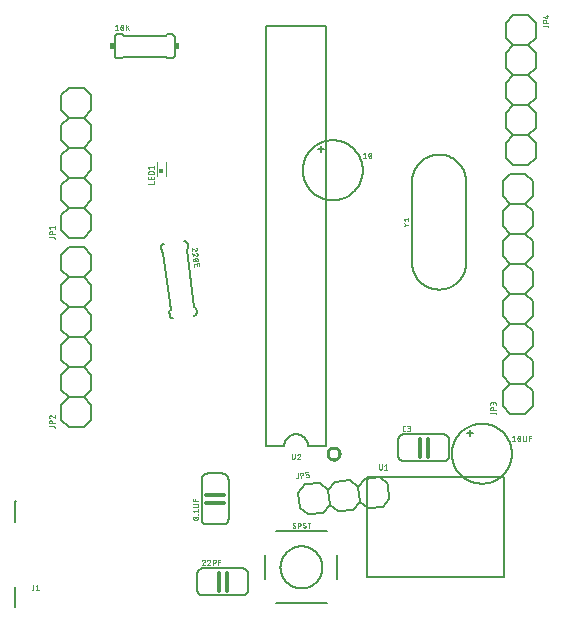
<source format=gbr>
G04 EAGLE Gerber RS-274X export*
G75*
%MOMM*%
%FSLAX34Y34*%
%LPD*%
%INSilkscreen Top*%
%IPPOS*%
%AMOC8*
5,1,8,0,0,1.08239X$1,22.5*%
G01*
%ADD10C,0.152400*%
%ADD11C,0.304800*%
%ADD12C,0.050800*%
%ADD13R,0.381000X0.508000*%
%ADD14C,0.203200*%
%ADD15C,0.101600*%
%ADD16R,0.300000X0.300000*%
%ADD17C,0.127000*%
%ADD18C,0.254000*%


D10*
X217250Y95610D02*
X204550Y95610D01*
X204410Y95612D01*
X204270Y95618D01*
X204130Y95627D01*
X203991Y95641D01*
X203852Y95658D01*
X203714Y95679D01*
X203576Y95704D01*
X203439Y95733D01*
X203303Y95765D01*
X203168Y95802D01*
X203034Y95842D01*
X202901Y95885D01*
X202769Y95933D01*
X202638Y95983D01*
X202509Y96038D01*
X202382Y96096D01*
X202256Y96157D01*
X202132Y96222D01*
X202010Y96291D01*
X201890Y96362D01*
X201772Y96437D01*
X201655Y96515D01*
X201541Y96597D01*
X201430Y96681D01*
X201321Y96769D01*
X201214Y96859D01*
X201109Y96953D01*
X201008Y97049D01*
X200909Y97148D01*
X200813Y97249D01*
X200719Y97354D01*
X200629Y97461D01*
X200541Y97570D01*
X200457Y97681D01*
X200375Y97795D01*
X200297Y97912D01*
X200222Y98030D01*
X200151Y98150D01*
X200082Y98272D01*
X200017Y98396D01*
X199956Y98522D01*
X199898Y98649D01*
X199843Y98778D01*
X199793Y98909D01*
X199745Y99041D01*
X199702Y99174D01*
X199662Y99308D01*
X199625Y99443D01*
X199593Y99579D01*
X199564Y99716D01*
X199539Y99854D01*
X199518Y99992D01*
X199501Y100131D01*
X199487Y100270D01*
X199478Y100410D01*
X199472Y100550D01*
X199470Y100690D01*
X217250Y95610D02*
X217390Y95612D01*
X217530Y95618D01*
X217670Y95627D01*
X217809Y95641D01*
X217948Y95658D01*
X218086Y95679D01*
X218224Y95704D01*
X218361Y95733D01*
X218497Y95765D01*
X218632Y95802D01*
X218766Y95842D01*
X218899Y95885D01*
X219031Y95933D01*
X219162Y95983D01*
X219291Y96038D01*
X219418Y96096D01*
X219544Y96157D01*
X219668Y96222D01*
X219790Y96291D01*
X219910Y96362D01*
X220028Y96437D01*
X220145Y96515D01*
X220259Y96597D01*
X220370Y96681D01*
X220479Y96769D01*
X220586Y96859D01*
X220691Y96953D01*
X220792Y97049D01*
X220891Y97148D01*
X220987Y97249D01*
X221081Y97354D01*
X221171Y97461D01*
X221259Y97570D01*
X221343Y97681D01*
X221425Y97795D01*
X221503Y97912D01*
X221578Y98030D01*
X221649Y98150D01*
X221718Y98272D01*
X221783Y98396D01*
X221844Y98522D01*
X221902Y98649D01*
X221957Y98778D01*
X222007Y98909D01*
X222055Y99041D01*
X222098Y99174D01*
X222138Y99308D01*
X222175Y99443D01*
X222207Y99579D01*
X222236Y99716D01*
X222261Y99854D01*
X222282Y99992D01*
X222299Y100131D01*
X222313Y100270D01*
X222322Y100410D01*
X222328Y100550D01*
X222330Y100690D01*
X199470Y100690D02*
X199470Y133710D01*
X204550Y138790D02*
X217250Y138790D01*
X222330Y133710D02*
X222330Y100690D01*
X199470Y133710D02*
X199472Y133850D01*
X199478Y133990D01*
X199487Y134130D01*
X199501Y134269D01*
X199518Y134408D01*
X199539Y134546D01*
X199564Y134684D01*
X199593Y134821D01*
X199625Y134957D01*
X199662Y135092D01*
X199702Y135226D01*
X199745Y135359D01*
X199793Y135491D01*
X199843Y135622D01*
X199898Y135751D01*
X199956Y135878D01*
X200017Y136004D01*
X200082Y136128D01*
X200151Y136250D01*
X200222Y136370D01*
X200297Y136488D01*
X200375Y136605D01*
X200457Y136719D01*
X200541Y136830D01*
X200629Y136939D01*
X200719Y137046D01*
X200813Y137151D01*
X200909Y137252D01*
X201008Y137351D01*
X201109Y137447D01*
X201214Y137541D01*
X201321Y137631D01*
X201430Y137719D01*
X201541Y137803D01*
X201655Y137885D01*
X201772Y137963D01*
X201890Y138038D01*
X202010Y138109D01*
X202132Y138178D01*
X202256Y138243D01*
X202382Y138304D01*
X202509Y138362D01*
X202638Y138417D01*
X202769Y138467D01*
X202901Y138515D01*
X203034Y138558D01*
X203168Y138598D01*
X203303Y138635D01*
X203439Y138667D01*
X203576Y138696D01*
X203714Y138721D01*
X203852Y138742D01*
X203991Y138759D01*
X204130Y138773D01*
X204270Y138782D01*
X204410Y138788D01*
X204550Y138790D01*
X217250Y138790D02*
X217390Y138788D01*
X217530Y138782D01*
X217670Y138773D01*
X217809Y138759D01*
X217948Y138742D01*
X218086Y138721D01*
X218224Y138696D01*
X218361Y138667D01*
X218497Y138635D01*
X218632Y138598D01*
X218766Y138558D01*
X218899Y138515D01*
X219031Y138467D01*
X219162Y138417D01*
X219291Y138362D01*
X219418Y138304D01*
X219544Y138243D01*
X219668Y138178D01*
X219790Y138109D01*
X219910Y138038D01*
X220028Y137963D01*
X220145Y137885D01*
X220259Y137803D01*
X220370Y137719D01*
X220479Y137631D01*
X220586Y137541D01*
X220691Y137447D01*
X220792Y137351D01*
X220891Y137252D01*
X220987Y137151D01*
X221081Y137046D01*
X221171Y136939D01*
X221259Y136830D01*
X221343Y136719D01*
X221425Y136605D01*
X221503Y136488D01*
X221578Y136370D01*
X221649Y136250D01*
X221718Y136128D01*
X221783Y136004D01*
X221844Y135878D01*
X221902Y135751D01*
X221957Y135622D01*
X222007Y135491D01*
X222055Y135359D01*
X222098Y135226D01*
X222138Y135092D01*
X222175Y134957D01*
X222207Y134821D01*
X222236Y134684D01*
X222261Y134546D01*
X222282Y134408D01*
X222299Y134269D01*
X222313Y134130D01*
X222322Y133990D01*
X222328Y133850D01*
X222330Y133710D01*
D11*
X218520Y114152D02*
X203280Y114152D01*
X203280Y120502D02*
X218520Y120502D01*
D12*
X194430Y99674D02*
X194310Y99676D01*
X194190Y99682D01*
X194071Y99691D01*
X193952Y99705D01*
X193833Y99722D01*
X193715Y99744D01*
X193598Y99769D01*
X193481Y99798D01*
X193366Y99830D01*
X193251Y99867D01*
X193138Y99907D01*
X193027Y99950D01*
X192917Y99998D01*
X192808Y100048D01*
X192808Y100049D02*
X192751Y100070D01*
X192697Y100095D01*
X192643Y100124D01*
X192592Y100156D01*
X192544Y100191D01*
X192497Y100229D01*
X192453Y100271D01*
X192412Y100315D01*
X192374Y100361D01*
X192339Y100410D01*
X192307Y100462D01*
X192279Y100515D01*
X192254Y100570D01*
X192233Y100626D01*
X192215Y100684D01*
X192202Y100742D01*
X192192Y100802D01*
X192186Y100862D01*
X192184Y100922D01*
X192186Y100982D01*
X192192Y101042D01*
X192202Y101102D01*
X192215Y101160D01*
X192233Y101218D01*
X192254Y101274D01*
X192279Y101329D01*
X192307Y101382D01*
X192339Y101434D01*
X192374Y101483D01*
X192412Y101529D01*
X192453Y101573D01*
X192497Y101615D01*
X192543Y101653D01*
X192592Y101688D01*
X192643Y101720D01*
X192697Y101749D01*
X192751Y101774D01*
X192808Y101795D01*
X192808Y101796D02*
X192917Y101846D01*
X193027Y101894D01*
X193138Y101937D01*
X193251Y101977D01*
X193366Y102014D01*
X193481Y102046D01*
X193598Y102075D01*
X193715Y102100D01*
X193833Y102122D01*
X193952Y102139D01*
X194071Y102153D01*
X194190Y102162D01*
X194310Y102168D01*
X194430Y102170D01*
X194430Y99674D02*
X194550Y99676D01*
X194670Y99682D01*
X194789Y99691D01*
X194908Y99705D01*
X195027Y99722D01*
X195145Y99744D01*
X195262Y99769D01*
X195379Y99798D01*
X195494Y99830D01*
X195608Y99867D01*
X195722Y99907D01*
X195833Y99950D01*
X195943Y99998D01*
X196052Y100048D01*
X196052Y100049D02*
X196109Y100070D01*
X196163Y100095D01*
X196217Y100124D01*
X196268Y100156D01*
X196317Y100191D01*
X196363Y100229D01*
X196407Y100271D01*
X196448Y100315D01*
X196486Y100361D01*
X196521Y100410D01*
X196553Y100462D01*
X196581Y100515D01*
X196606Y100570D01*
X196627Y100626D01*
X196645Y100684D01*
X196658Y100742D01*
X196668Y100802D01*
X196674Y100862D01*
X196676Y100922D01*
X196052Y101796D02*
X195943Y101846D01*
X195833Y101894D01*
X195722Y101937D01*
X195608Y101977D01*
X195494Y102014D01*
X195379Y102046D01*
X195262Y102075D01*
X195145Y102100D01*
X195027Y102122D01*
X194908Y102139D01*
X194789Y102153D01*
X194670Y102162D01*
X194550Y102168D01*
X194430Y102170D01*
X196052Y101795D02*
X196109Y101774D01*
X196164Y101749D01*
X196217Y101720D01*
X196268Y101688D01*
X196317Y101653D01*
X196363Y101615D01*
X196407Y101573D01*
X196448Y101529D01*
X196486Y101483D01*
X196521Y101434D01*
X196553Y101382D01*
X196581Y101329D01*
X196606Y101274D01*
X196627Y101218D01*
X196645Y101160D01*
X196658Y101102D01*
X196668Y101042D01*
X196674Y100982D01*
X196676Y100922D01*
X195678Y99924D02*
X193182Y101920D01*
X196426Y103947D02*
X196676Y103947D01*
X196426Y103947D02*
X196426Y104197D01*
X196676Y104197D01*
X196676Y103947D01*
X193182Y105974D02*
X192184Y107222D01*
X196676Y107222D01*
X196676Y108469D02*
X196676Y105974D01*
X195428Y110624D02*
X192184Y110624D01*
X195428Y110624D02*
X195497Y110626D01*
X195565Y110632D01*
X195633Y110641D01*
X195701Y110654D01*
X195768Y110671D01*
X195833Y110692D01*
X195898Y110716D01*
X195961Y110743D01*
X196022Y110774D01*
X196082Y110809D01*
X196139Y110846D01*
X196195Y110887D01*
X196248Y110931D01*
X196298Y110977D01*
X196346Y111027D01*
X196391Y111079D01*
X196434Y111133D01*
X196473Y111189D01*
X196509Y111248D01*
X196542Y111308D01*
X196571Y111371D01*
X196597Y111434D01*
X196619Y111499D01*
X196638Y111566D01*
X196653Y111633D01*
X196664Y111701D01*
X196672Y111769D01*
X196676Y111838D01*
X196676Y111906D01*
X196672Y111975D01*
X196664Y112043D01*
X196653Y112111D01*
X196638Y112178D01*
X196619Y112245D01*
X196597Y112310D01*
X196571Y112373D01*
X196542Y112436D01*
X196509Y112496D01*
X196473Y112555D01*
X196434Y112611D01*
X196391Y112665D01*
X196346Y112717D01*
X196298Y112767D01*
X196248Y112813D01*
X196195Y112857D01*
X196139Y112898D01*
X196082Y112935D01*
X196022Y112970D01*
X195961Y113001D01*
X195898Y113028D01*
X195833Y113052D01*
X195768Y113073D01*
X195701Y113090D01*
X195633Y113103D01*
X195565Y113112D01*
X195497Y113118D01*
X195428Y113120D01*
X195428Y113119D02*
X192184Y113119D01*
X192184Y115434D02*
X196676Y115434D01*
X192184Y115434D02*
X192184Y117430D01*
X194180Y117430D02*
X194180Y115434D01*
D10*
X297900Y413380D02*
X302980Y413380D01*
X300440Y410840D02*
X300440Y415920D01*
X285200Y395600D02*
X285208Y396223D01*
X285231Y396846D01*
X285269Y397469D01*
X285322Y398090D01*
X285391Y398709D01*
X285475Y399327D01*
X285574Y399942D01*
X285688Y400555D01*
X285817Y401165D01*
X285961Y401772D01*
X286120Y402375D01*
X286294Y402973D01*
X286482Y403568D01*
X286685Y404157D01*
X286902Y404741D01*
X287133Y405320D01*
X287379Y405893D01*
X287639Y406460D01*
X287912Y407020D01*
X288199Y407573D01*
X288500Y408120D01*
X288814Y408658D01*
X289141Y409189D01*
X289481Y409711D01*
X289833Y410226D01*
X290199Y410731D01*
X290576Y411227D01*
X290966Y411714D01*
X291367Y412191D01*
X291780Y412658D01*
X292204Y413114D01*
X292639Y413561D01*
X293086Y413996D01*
X293542Y414420D01*
X294009Y414833D01*
X294486Y415234D01*
X294973Y415624D01*
X295469Y416001D01*
X295974Y416367D01*
X296489Y416719D01*
X297011Y417059D01*
X297542Y417386D01*
X298080Y417700D01*
X298627Y418001D01*
X299180Y418288D01*
X299740Y418561D01*
X300307Y418821D01*
X300880Y419067D01*
X301459Y419298D01*
X302043Y419515D01*
X302632Y419718D01*
X303227Y419906D01*
X303825Y420080D01*
X304428Y420239D01*
X305035Y420383D01*
X305645Y420512D01*
X306258Y420626D01*
X306873Y420725D01*
X307491Y420809D01*
X308110Y420878D01*
X308731Y420931D01*
X309354Y420969D01*
X309977Y420992D01*
X310600Y421000D01*
X311223Y420992D01*
X311846Y420969D01*
X312469Y420931D01*
X313090Y420878D01*
X313709Y420809D01*
X314327Y420725D01*
X314942Y420626D01*
X315555Y420512D01*
X316165Y420383D01*
X316772Y420239D01*
X317375Y420080D01*
X317973Y419906D01*
X318568Y419718D01*
X319157Y419515D01*
X319741Y419298D01*
X320320Y419067D01*
X320893Y418821D01*
X321460Y418561D01*
X322020Y418288D01*
X322573Y418001D01*
X323120Y417700D01*
X323658Y417386D01*
X324189Y417059D01*
X324711Y416719D01*
X325226Y416367D01*
X325731Y416001D01*
X326227Y415624D01*
X326714Y415234D01*
X327191Y414833D01*
X327658Y414420D01*
X328114Y413996D01*
X328561Y413561D01*
X328996Y413114D01*
X329420Y412658D01*
X329833Y412191D01*
X330234Y411714D01*
X330624Y411227D01*
X331001Y410731D01*
X331367Y410226D01*
X331719Y409711D01*
X332059Y409189D01*
X332386Y408658D01*
X332700Y408120D01*
X333001Y407573D01*
X333288Y407020D01*
X333561Y406460D01*
X333821Y405893D01*
X334067Y405320D01*
X334298Y404741D01*
X334515Y404157D01*
X334718Y403568D01*
X334906Y402973D01*
X335080Y402375D01*
X335239Y401772D01*
X335383Y401165D01*
X335512Y400555D01*
X335626Y399942D01*
X335725Y399327D01*
X335809Y398709D01*
X335878Y398090D01*
X335931Y397469D01*
X335969Y396846D01*
X335992Y396223D01*
X336000Y395600D01*
X335992Y394977D01*
X335969Y394354D01*
X335931Y393731D01*
X335878Y393110D01*
X335809Y392491D01*
X335725Y391873D01*
X335626Y391258D01*
X335512Y390645D01*
X335383Y390035D01*
X335239Y389428D01*
X335080Y388825D01*
X334906Y388227D01*
X334718Y387632D01*
X334515Y387043D01*
X334298Y386459D01*
X334067Y385880D01*
X333821Y385307D01*
X333561Y384740D01*
X333288Y384180D01*
X333001Y383627D01*
X332700Y383080D01*
X332386Y382542D01*
X332059Y382011D01*
X331719Y381489D01*
X331367Y380974D01*
X331001Y380469D01*
X330624Y379973D01*
X330234Y379486D01*
X329833Y379009D01*
X329420Y378542D01*
X328996Y378086D01*
X328561Y377639D01*
X328114Y377204D01*
X327658Y376780D01*
X327191Y376367D01*
X326714Y375966D01*
X326227Y375576D01*
X325731Y375199D01*
X325226Y374833D01*
X324711Y374481D01*
X324189Y374141D01*
X323658Y373814D01*
X323120Y373500D01*
X322573Y373199D01*
X322020Y372912D01*
X321460Y372639D01*
X320893Y372379D01*
X320320Y372133D01*
X319741Y371902D01*
X319157Y371685D01*
X318568Y371482D01*
X317973Y371294D01*
X317375Y371120D01*
X316772Y370961D01*
X316165Y370817D01*
X315555Y370688D01*
X314942Y370574D01*
X314327Y370475D01*
X313709Y370391D01*
X313090Y370322D01*
X312469Y370269D01*
X311846Y370231D01*
X311223Y370208D01*
X310600Y370200D01*
X309977Y370208D01*
X309354Y370231D01*
X308731Y370269D01*
X308110Y370322D01*
X307491Y370391D01*
X306873Y370475D01*
X306258Y370574D01*
X305645Y370688D01*
X305035Y370817D01*
X304428Y370961D01*
X303825Y371120D01*
X303227Y371294D01*
X302632Y371482D01*
X302043Y371685D01*
X301459Y371902D01*
X300880Y372133D01*
X300307Y372379D01*
X299740Y372639D01*
X299180Y372912D01*
X298627Y373199D01*
X298080Y373500D01*
X297542Y373814D01*
X297011Y374141D01*
X296489Y374481D01*
X295974Y374833D01*
X295469Y375199D01*
X294973Y375576D01*
X294486Y375966D01*
X294009Y376367D01*
X293542Y376780D01*
X293086Y377204D01*
X292639Y377639D01*
X292204Y378086D01*
X291780Y378542D01*
X291367Y379009D01*
X290966Y379486D01*
X290576Y379973D01*
X290199Y380469D01*
X289833Y380974D01*
X289481Y381489D01*
X289141Y382011D01*
X288814Y382542D01*
X288500Y383080D01*
X288199Y383627D01*
X287912Y384180D01*
X287639Y384740D01*
X287379Y385307D01*
X287133Y385880D01*
X286902Y386459D01*
X286685Y387043D01*
X286482Y387632D01*
X286294Y388227D01*
X286120Y388825D01*
X285961Y389428D01*
X285817Y390035D01*
X285688Y390645D01*
X285574Y391258D01*
X285475Y391873D01*
X285391Y392491D01*
X285322Y393110D01*
X285269Y393731D01*
X285231Y394354D01*
X285208Y394977D01*
X285200Y395600D01*
D12*
X336254Y409508D02*
X337502Y410506D01*
X337502Y406014D01*
X336254Y406014D02*
X338750Y406014D01*
X340754Y408260D02*
X340756Y408380D01*
X340762Y408500D01*
X340771Y408619D01*
X340785Y408738D01*
X340802Y408857D01*
X340824Y408975D01*
X340849Y409092D01*
X340878Y409209D01*
X340910Y409324D01*
X340947Y409439D01*
X340987Y409552D01*
X341030Y409663D01*
X341078Y409774D01*
X341128Y409882D01*
X341129Y409882D02*
X341150Y409939D01*
X341175Y409993D01*
X341204Y410047D01*
X341236Y410098D01*
X341271Y410147D01*
X341309Y410193D01*
X341351Y410237D01*
X341395Y410278D01*
X341441Y410316D01*
X341490Y410351D01*
X341542Y410383D01*
X341595Y410411D01*
X341650Y410436D01*
X341706Y410457D01*
X341764Y410475D01*
X341822Y410488D01*
X341882Y410498D01*
X341942Y410504D01*
X342002Y410506D01*
X342062Y410504D01*
X342122Y410498D01*
X342182Y410488D01*
X342240Y410475D01*
X342298Y410457D01*
X342354Y410436D01*
X342409Y410411D01*
X342462Y410383D01*
X342514Y410351D01*
X342563Y410316D01*
X342609Y410278D01*
X342653Y410237D01*
X342695Y410193D01*
X342733Y410147D01*
X342768Y410098D01*
X342800Y410047D01*
X342829Y409993D01*
X342854Y409939D01*
X342875Y409882D01*
X342876Y409882D02*
X342926Y409774D01*
X342974Y409663D01*
X343017Y409552D01*
X343057Y409439D01*
X343094Y409324D01*
X343126Y409209D01*
X343155Y409092D01*
X343180Y408975D01*
X343202Y408857D01*
X343219Y408738D01*
X343233Y408619D01*
X343242Y408500D01*
X343248Y408380D01*
X343250Y408260D01*
X340754Y408260D02*
X340756Y408140D01*
X340762Y408020D01*
X340771Y407901D01*
X340785Y407782D01*
X340802Y407663D01*
X340824Y407545D01*
X340849Y407428D01*
X340878Y407311D01*
X340910Y407196D01*
X340947Y407082D01*
X340987Y406968D01*
X341030Y406857D01*
X341078Y406747D01*
X341128Y406638D01*
X341129Y406638D02*
X341150Y406581D01*
X341175Y406527D01*
X341204Y406473D01*
X341236Y406422D01*
X341271Y406373D01*
X341309Y406327D01*
X341351Y406283D01*
X341395Y406242D01*
X341441Y406204D01*
X341490Y406169D01*
X341542Y406137D01*
X341595Y406109D01*
X341650Y406084D01*
X341706Y406063D01*
X341764Y406045D01*
X341822Y406032D01*
X341882Y406022D01*
X341942Y406016D01*
X342002Y406014D01*
X342876Y406638D02*
X342926Y406747D01*
X342974Y406857D01*
X343017Y406968D01*
X343057Y407082D01*
X343094Y407196D01*
X343126Y407311D01*
X343155Y407428D01*
X343180Y407545D01*
X343202Y407663D01*
X343219Y407782D01*
X343233Y407901D01*
X343242Y408020D01*
X343248Y408140D01*
X343250Y408260D01*
X342875Y406638D02*
X342854Y406581D01*
X342829Y406526D01*
X342800Y406473D01*
X342768Y406422D01*
X342733Y406373D01*
X342695Y406327D01*
X342653Y406283D01*
X342609Y406242D01*
X342563Y406204D01*
X342514Y406169D01*
X342462Y406137D01*
X342409Y406109D01*
X342354Y406084D01*
X342298Y406063D01*
X342240Y406045D01*
X342182Y406032D01*
X342122Y406022D01*
X342062Y406016D01*
X342002Y406014D01*
X341004Y407012D02*
X343000Y409508D01*
D10*
X128540Y510860D02*
X128440Y510858D01*
X128341Y510852D01*
X128241Y510842D01*
X128143Y510829D01*
X128044Y510811D01*
X127947Y510790D01*
X127851Y510765D01*
X127755Y510736D01*
X127661Y510703D01*
X127568Y510667D01*
X127477Y510627D01*
X127387Y510583D01*
X127299Y510536D01*
X127213Y510486D01*
X127129Y510432D01*
X127047Y510375D01*
X126968Y510315D01*
X126890Y510251D01*
X126816Y510185D01*
X126744Y510116D01*
X126675Y510044D01*
X126609Y509970D01*
X126545Y509892D01*
X126485Y509813D01*
X126428Y509731D01*
X126374Y509647D01*
X126324Y509561D01*
X126277Y509473D01*
X126233Y509383D01*
X126193Y509292D01*
X126157Y509199D01*
X126124Y509105D01*
X126095Y509009D01*
X126070Y508913D01*
X126049Y508816D01*
X126031Y508717D01*
X126018Y508619D01*
X126008Y508519D01*
X126002Y508420D01*
X126000Y508320D01*
X126000Y493080D02*
X126002Y492980D01*
X126008Y492881D01*
X126018Y492781D01*
X126031Y492683D01*
X126049Y492584D01*
X126070Y492487D01*
X126095Y492391D01*
X126124Y492295D01*
X126157Y492201D01*
X126193Y492108D01*
X126233Y492017D01*
X126277Y491927D01*
X126324Y491839D01*
X126374Y491753D01*
X126428Y491669D01*
X126485Y491587D01*
X126545Y491508D01*
X126609Y491430D01*
X126675Y491356D01*
X126744Y491284D01*
X126816Y491215D01*
X126890Y491149D01*
X126968Y491085D01*
X127047Y491025D01*
X127129Y490968D01*
X127213Y490914D01*
X127299Y490864D01*
X127387Y490817D01*
X127477Y490773D01*
X127568Y490733D01*
X127661Y490697D01*
X127755Y490664D01*
X127851Y490635D01*
X127947Y490610D01*
X128044Y490589D01*
X128143Y490571D01*
X128241Y490558D01*
X128341Y490548D01*
X128440Y490542D01*
X128540Y490540D01*
X174260Y490540D02*
X174360Y490542D01*
X174459Y490548D01*
X174559Y490558D01*
X174657Y490571D01*
X174756Y490589D01*
X174853Y490610D01*
X174949Y490635D01*
X175045Y490664D01*
X175139Y490697D01*
X175232Y490733D01*
X175323Y490773D01*
X175413Y490817D01*
X175501Y490864D01*
X175587Y490914D01*
X175671Y490968D01*
X175753Y491025D01*
X175832Y491085D01*
X175910Y491149D01*
X175984Y491215D01*
X176056Y491284D01*
X176125Y491356D01*
X176191Y491430D01*
X176255Y491508D01*
X176315Y491587D01*
X176372Y491669D01*
X176426Y491753D01*
X176476Y491839D01*
X176523Y491927D01*
X176567Y492017D01*
X176607Y492108D01*
X176643Y492201D01*
X176676Y492295D01*
X176705Y492391D01*
X176730Y492487D01*
X176751Y492584D01*
X176769Y492683D01*
X176782Y492781D01*
X176792Y492881D01*
X176798Y492980D01*
X176800Y493080D01*
X176800Y508320D02*
X176798Y508420D01*
X176792Y508519D01*
X176782Y508619D01*
X176769Y508717D01*
X176751Y508816D01*
X176730Y508913D01*
X176705Y509009D01*
X176676Y509105D01*
X176643Y509199D01*
X176607Y509292D01*
X176567Y509383D01*
X176523Y509473D01*
X176476Y509561D01*
X176426Y509647D01*
X176372Y509731D01*
X176315Y509813D01*
X176255Y509892D01*
X176191Y509970D01*
X176125Y510044D01*
X176056Y510116D01*
X175984Y510185D01*
X175910Y510251D01*
X175832Y510315D01*
X175753Y510375D01*
X175671Y510432D01*
X175587Y510486D01*
X175501Y510536D01*
X175413Y510583D01*
X175323Y510627D01*
X175232Y510667D01*
X175139Y510703D01*
X175045Y510736D01*
X174949Y510765D01*
X174853Y510790D01*
X174756Y510811D01*
X174657Y510829D01*
X174559Y510842D01*
X174459Y510852D01*
X174360Y510858D01*
X174260Y510860D01*
X126000Y508320D02*
X126000Y493080D01*
X128540Y510860D02*
X132350Y510860D01*
X133620Y509590D01*
X132350Y490540D02*
X128540Y490540D01*
X132350Y490540D02*
X133620Y491810D01*
X169180Y509590D02*
X170450Y510860D01*
X169180Y509590D02*
X133620Y509590D01*
X169180Y491810D02*
X170450Y490540D01*
X169180Y491810D02*
X133620Y491810D01*
X170450Y510860D02*
X174260Y510860D01*
X174260Y490540D02*
X170450Y490540D01*
X176800Y493080D02*
X176800Y508320D01*
D13*
X178705Y500700D03*
X124095Y500700D03*
D12*
X126254Y517402D02*
X127502Y518400D01*
X127502Y513908D01*
X126254Y513908D02*
X128750Y513908D01*
X130754Y516154D02*
X130756Y516274D01*
X130762Y516394D01*
X130771Y516513D01*
X130785Y516632D01*
X130802Y516751D01*
X130824Y516869D01*
X130849Y516986D01*
X130878Y517103D01*
X130910Y517218D01*
X130947Y517333D01*
X130987Y517446D01*
X131030Y517557D01*
X131078Y517668D01*
X131128Y517776D01*
X131129Y517776D02*
X131150Y517833D01*
X131175Y517887D01*
X131204Y517941D01*
X131236Y517992D01*
X131271Y518041D01*
X131309Y518087D01*
X131351Y518131D01*
X131395Y518172D01*
X131441Y518210D01*
X131490Y518245D01*
X131542Y518277D01*
X131595Y518305D01*
X131650Y518330D01*
X131706Y518351D01*
X131764Y518369D01*
X131822Y518382D01*
X131882Y518392D01*
X131942Y518398D01*
X132002Y518400D01*
X132062Y518398D01*
X132122Y518392D01*
X132182Y518382D01*
X132240Y518369D01*
X132298Y518351D01*
X132354Y518330D01*
X132409Y518305D01*
X132462Y518277D01*
X132514Y518245D01*
X132563Y518210D01*
X132609Y518172D01*
X132653Y518131D01*
X132695Y518087D01*
X132733Y518041D01*
X132768Y517992D01*
X132800Y517941D01*
X132829Y517887D01*
X132854Y517833D01*
X132875Y517776D01*
X132876Y517776D02*
X132926Y517668D01*
X132974Y517557D01*
X133017Y517446D01*
X133057Y517333D01*
X133094Y517218D01*
X133126Y517103D01*
X133155Y516986D01*
X133180Y516869D01*
X133202Y516751D01*
X133219Y516632D01*
X133233Y516513D01*
X133242Y516394D01*
X133248Y516274D01*
X133250Y516154D01*
X130754Y516154D02*
X130756Y516034D01*
X130762Y515914D01*
X130771Y515795D01*
X130785Y515676D01*
X130802Y515557D01*
X130824Y515439D01*
X130849Y515322D01*
X130878Y515205D01*
X130910Y515090D01*
X130947Y514976D01*
X130987Y514862D01*
X131030Y514751D01*
X131078Y514641D01*
X131128Y514532D01*
X131129Y514532D02*
X131150Y514475D01*
X131175Y514421D01*
X131204Y514367D01*
X131236Y514316D01*
X131271Y514267D01*
X131309Y514221D01*
X131351Y514177D01*
X131395Y514136D01*
X131441Y514098D01*
X131490Y514063D01*
X131542Y514031D01*
X131595Y514003D01*
X131650Y513978D01*
X131706Y513957D01*
X131764Y513939D01*
X131822Y513926D01*
X131882Y513916D01*
X131942Y513910D01*
X132002Y513908D01*
X132876Y514532D02*
X132926Y514641D01*
X132974Y514751D01*
X133017Y514862D01*
X133057Y514976D01*
X133094Y515090D01*
X133126Y515205D01*
X133155Y515322D01*
X133180Y515439D01*
X133202Y515557D01*
X133219Y515676D01*
X133233Y515795D01*
X133242Y515914D01*
X133248Y516034D01*
X133250Y516154D01*
X132875Y514532D02*
X132854Y514475D01*
X132829Y514420D01*
X132800Y514367D01*
X132768Y514316D01*
X132733Y514267D01*
X132695Y514221D01*
X132653Y514177D01*
X132609Y514136D01*
X132563Y514098D01*
X132514Y514063D01*
X132462Y514031D01*
X132409Y514003D01*
X132354Y513978D01*
X132298Y513957D01*
X132240Y513939D01*
X132182Y513926D01*
X132122Y513916D01*
X132062Y513910D01*
X132002Y513908D01*
X131004Y514906D02*
X133000Y517402D01*
X135480Y518400D02*
X135480Y513908D01*
X135480Y515655D02*
X137975Y518400D01*
X136478Y516653D02*
X137975Y513908D01*
D10*
X424100Y173380D02*
X429180Y173380D01*
X426640Y170840D02*
X426640Y175920D01*
X411400Y155600D02*
X411408Y156223D01*
X411431Y156846D01*
X411469Y157469D01*
X411522Y158090D01*
X411591Y158709D01*
X411675Y159327D01*
X411774Y159942D01*
X411888Y160555D01*
X412017Y161165D01*
X412161Y161772D01*
X412320Y162375D01*
X412494Y162973D01*
X412682Y163568D01*
X412885Y164157D01*
X413102Y164741D01*
X413333Y165320D01*
X413579Y165893D01*
X413839Y166460D01*
X414112Y167020D01*
X414399Y167573D01*
X414700Y168120D01*
X415014Y168658D01*
X415341Y169189D01*
X415681Y169711D01*
X416033Y170226D01*
X416399Y170731D01*
X416776Y171227D01*
X417166Y171714D01*
X417567Y172191D01*
X417980Y172658D01*
X418404Y173114D01*
X418839Y173561D01*
X419286Y173996D01*
X419742Y174420D01*
X420209Y174833D01*
X420686Y175234D01*
X421173Y175624D01*
X421669Y176001D01*
X422174Y176367D01*
X422689Y176719D01*
X423211Y177059D01*
X423742Y177386D01*
X424280Y177700D01*
X424827Y178001D01*
X425380Y178288D01*
X425940Y178561D01*
X426507Y178821D01*
X427080Y179067D01*
X427659Y179298D01*
X428243Y179515D01*
X428832Y179718D01*
X429427Y179906D01*
X430025Y180080D01*
X430628Y180239D01*
X431235Y180383D01*
X431845Y180512D01*
X432458Y180626D01*
X433073Y180725D01*
X433691Y180809D01*
X434310Y180878D01*
X434931Y180931D01*
X435554Y180969D01*
X436177Y180992D01*
X436800Y181000D01*
X437423Y180992D01*
X438046Y180969D01*
X438669Y180931D01*
X439290Y180878D01*
X439909Y180809D01*
X440527Y180725D01*
X441142Y180626D01*
X441755Y180512D01*
X442365Y180383D01*
X442972Y180239D01*
X443575Y180080D01*
X444173Y179906D01*
X444768Y179718D01*
X445357Y179515D01*
X445941Y179298D01*
X446520Y179067D01*
X447093Y178821D01*
X447660Y178561D01*
X448220Y178288D01*
X448773Y178001D01*
X449320Y177700D01*
X449858Y177386D01*
X450389Y177059D01*
X450911Y176719D01*
X451426Y176367D01*
X451931Y176001D01*
X452427Y175624D01*
X452914Y175234D01*
X453391Y174833D01*
X453858Y174420D01*
X454314Y173996D01*
X454761Y173561D01*
X455196Y173114D01*
X455620Y172658D01*
X456033Y172191D01*
X456434Y171714D01*
X456824Y171227D01*
X457201Y170731D01*
X457567Y170226D01*
X457919Y169711D01*
X458259Y169189D01*
X458586Y168658D01*
X458900Y168120D01*
X459201Y167573D01*
X459488Y167020D01*
X459761Y166460D01*
X460021Y165893D01*
X460267Y165320D01*
X460498Y164741D01*
X460715Y164157D01*
X460918Y163568D01*
X461106Y162973D01*
X461280Y162375D01*
X461439Y161772D01*
X461583Y161165D01*
X461712Y160555D01*
X461826Y159942D01*
X461925Y159327D01*
X462009Y158709D01*
X462078Y158090D01*
X462131Y157469D01*
X462169Y156846D01*
X462192Y156223D01*
X462200Y155600D01*
X462192Y154977D01*
X462169Y154354D01*
X462131Y153731D01*
X462078Y153110D01*
X462009Y152491D01*
X461925Y151873D01*
X461826Y151258D01*
X461712Y150645D01*
X461583Y150035D01*
X461439Y149428D01*
X461280Y148825D01*
X461106Y148227D01*
X460918Y147632D01*
X460715Y147043D01*
X460498Y146459D01*
X460267Y145880D01*
X460021Y145307D01*
X459761Y144740D01*
X459488Y144180D01*
X459201Y143627D01*
X458900Y143080D01*
X458586Y142542D01*
X458259Y142011D01*
X457919Y141489D01*
X457567Y140974D01*
X457201Y140469D01*
X456824Y139973D01*
X456434Y139486D01*
X456033Y139009D01*
X455620Y138542D01*
X455196Y138086D01*
X454761Y137639D01*
X454314Y137204D01*
X453858Y136780D01*
X453391Y136367D01*
X452914Y135966D01*
X452427Y135576D01*
X451931Y135199D01*
X451426Y134833D01*
X450911Y134481D01*
X450389Y134141D01*
X449858Y133814D01*
X449320Y133500D01*
X448773Y133199D01*
X448220Y132912D01*
X447660Y132639D01*
X447093Y132379D01*
X446520Y132133D01*
X445941Y131902D01*
X445357Y131685D01*
X444768Y131482D01*
X444173Y131294D01*
X443575Y131120D01*
X442972Y130961D01*
X442365Y130817D01*
X441755Y130688D01*
X441142Y130574D01*
X440527Y130475D01*
X439909Y130391D01*
X439290Y130322D01*
X438669Y130269D01*
X438046Y130231D01*
X437423Y130208D01*
X436800Y130200D01*
X436177Y130208D01*
X435554Y130231D01*
X434931Y130269D01*
X434310Y130322D01*
X433691Y130391D01*
X433073Y130475D01*
X432458Y130574D01*
X431845Y130688D01*
X431235Y130817D01*
X430628Y130961D01*
X430025Y131120D01*
X429427Y131294D01*
X428832Y131482D01*
X428243Y131685D01*
X427659Y131902D01*
X427080Y132133D01*
X426507Y132379D01*
X425940Y132639D01*
X425380Y132912D01*
X424827Y133199D01*
X424280Y133500D01*
X423742Y133814D01*
X423211Y134141D01*
X422689Y134481D01*
X422174Y134833D01*
X421669Y135199D01*
X421173Y135576D01*
X420686Y135966D01*
X420209Y136367D01*
X419742Y136780D01*
X419286Y137204D01*
X418839Y137639D01*
X418404Y138086D01*
X417980Y138542D01*
X417567Y139009D01*
X417166Y139486D01*
X416776Y139973D01*
X416399Y140469D01*
X416033Y140974D01*
X415681Y141489D01*
X415341Y142011D01*
X415014Y142542D01*
X414700Y143080D01*
X414399Y143627D01*
X414112Y144180D01*
X413839Y144740D01*
X413579Y145307D01*
X413333Y145880D01*
X413102Y146459D01*
X412885Y147043D01*
X412682Y147632D01*
X412494Y148227D01*
X412320Y148825D01*
X412161Y149428D01*
X412017Y150035D01*
X411888Y150645D01*
X411774Y151258D01*
X411675Y151873D01*
X411591Y152491D01*
X411522Y153110D01*
X411469Y153731D01*
X411431Y154354D01*
X411408Y154977D01*
X411400Y155600D01*
D12*
X462454Y169508D02*
X463702Y170506D01*
X463702Y166014D01*
X462454Y166014D02*
X464950Y166014D01*
X466954Y168260D02*
X466956Y168380D01*
X466962Y168500D01*
X466971Y168619D01*
X466985Y168738D01*
X467002Y168857D01*
X467024Y168975D01*
X467049Y169092D01*
X467078Y169209D01*
X467110Y169324D01*
X467147Y169439D01*
X467187Y169552D01*
X467230Y169663D01*
X467278Y169774D01*
X467328Y169882D01*
X467329Y169882D02*
X467350Y169939D01*
X467375Y169993D01*
X467404Y170047D01*
X467436Y170098D01*
X467471Y170147D01*
X467509Y170193D01*
X467551Y170237D01*
X467595Y170278D01*
X467641Y170316D01*
X467690Y170351D01*
X467742Y170383D01*
X467795Y170411D01*
X467850Y170436D01*
X467906Y170457D01*
X467964Y170475D01*
X468022Y170488D01*
X468082Y170498D01*
X468142Y170504D01*
X468202Y170506D01*
X468262Y170504D01*
X468322Y170498D01*
X468382Y170488D01*
X468440Y170475D01*
X468498Y170457D01*
X468554Y170436D01*
X468609Y170411D01*
X468662Y170383D01*
X468714Y170351D01*
X468763Y170316D01*
X468809Y170278D01*
X468853Y170237D01*
X468895Y170193D01*
X468933Y170147D01*
X468968Y170098D01*
X469000Y170047D01*
X469029Y169993D01*
X469054Y169939D01*
X469075Y169882D01*
X469076Y169882D02*
X469126Y169774D01*
X469174Y169663D01*
X469217Y169552D01*
X469257Y169439D01*
X469294Y169324D01*
X469326Y169209D01*
X469355Y169092D01*
X469380Y168975D01*
X469402Y168857D01*
X469419Y168738D01*
X469433Y168619D01*
X469442Y168500D01*
X469448Y168380D01*
X469450Y168260D01*
X466954Y168260D02*
X466956Y168140D01*
X466962Y168020D01*
X466971Y167901D01*
X466985Y167782D01*
X467002Y167663D01*
X467024Y167545D01*
X467049Y167428D01*
X467078Y167311D01*
X467110Y167196D01*
X467147Y167082D01*
X467187Y166968D01*
X467230Y166857D01*
X467278Y166747D01*
X467328Y166638D01*
X467329Y166638D02*
X467350Y166581D01*
X467375Y166527D01*
X467404Y166473D01*
X467436Y166422D01*
X467471Y166373D01*
X467509Y166327D01*
X467551Y166283D01*
X467595Y166242D01*
X467641Y166204D01*
X467690Y166169D01*
X467742Y166137D01*
X467795Y166109D01*
X467850Y166084D01*
X467906Y166063D01*
X467964Y166045D01*
X468022Y166032D01*
X468082Y166022D01*
X468142Y166016D01*
X468202Y166014D01*
X469076Y166638D02*
X469126Y166747D01*
X469174Y166857D01*
X469217Y166968D01*
X469257Y167082D01*
X469294Y167196D01*
X469326Y167311D01*
X469355Y167428D01*
X469380Y167545D01*
X469402Y167663D01*
X469419Y167782D01*
X469433Y167901D01*
X469442Y168020D01*
X469448Y168140D01*
X469450Y168260D01*
X469075Y166638D02*
X469054Y166581D01*
X469029Y166526D01*
X469000Y166473D01*
X468968Y166422D01*
X468933Y166373D01*
X468895Y166327D01*
X468853Y166283D01*
X468809Y166242D01*
X468763Y166204D01*
X468714Y166169D01*
X468662Y166137D01*
X468609Y166109D01*
X468554Y166084D01*
X468498Y166063D01*
X468440Y166045D01*
X468382Y166032D01*
X468322Y166022D01*
X468262Y166016D01*
X468202Y166014D01*
X467204Y167012D02*
X469200Y169508D01*
X471604Y170506D02*
X471604Y167262D01*
X471606Y167193D01*
X471612Y167125D01*
X471621Y167057D01*
X471634Y166989D01*
X471651Y166922D01*
X471672Y166857D01*
X471696Y166792D01*
X471723Y166729D01*
X471754Y166668D01*
X471789Y166608D01*
X471826Y166551D01*
X471867Y166495D01*
X471911Y166442D01*
X471957Y166392D01*
X472007Y166344D01*
X472059Y166299D01*
X472113Y166256D01*
X472169Y166217D01*
X472228Y166181D01*
X472288Y166148D01*
X472351Y166119D01*
X472414Y166093D01*
X472479Y166071D01*
X472546Y166052D01*
X472613Y166037D01*
X472681Y166026D01*
X472749Y166018D01*
X472818Y166014D01*
X472886Y166014D01*
X472955Y166018D01*
X473023Y166026D01*
X473091Y166037D01*
X473158Y166052D01*
X473225Y166071D01*
X473290Y166093D01*
X473353Y166119D01*
X473416Y166148D01*
X473476Y166181D01*
X473535Y166217D01*
X473591Y166256D01*
X473645Y166299D01*
X473697Y166344D01*
X473747Y166392D01*
X473793Y166442D01*
X473837Y166495D01*
X473878Y166551D01*
X473915Y166608D01*
X473950Y166668D01*
X473981Y166729D01*
X474008Y166792D01*
X474032Y166857D01*
X474053Y166922D01*
X474070Y166989D01*
X474083Y167057D01*
X474092Y167125D01*
X474098Y167193D01*
X474100Y167262D01*
X474099Y167262D02*
X474099Y170506D01*
X476414Y170506D02*
X476414Y166014D01*
X476414Y170506D02*
X478410Y170506D01*
X478410Y168510D02*
X476414Y168510D01*
D10*
X187773Y333239D02*
X187758Y333338D01*
X187739Y333436D01*
X187717Y333533D01*
X187691Y333629D01*
X187661Y333724D01*
X187627Y333818D01*
X187589Y333911D01*
X187548Y334001D01*
X187504Y334091D01*
X187456Y334178D01*
X187405Y334264D01*
X187350Y334347D01*
X187292Y334428D01*
X187231Y334507D01*
X187167Y334583D01*
X187099Y334657D01*
X187030Y334728D01*
X186957Y334797D01*
X186882Y334862D01*
X186804Y334924D01*
X186724Y334984D01*
X186641Y335040D01*
X186556Y335093D01*
X186470Y335142D01*
X186381Y335188D01*
X186291Y335231D01*
X186199Y335270D01*
X186106Y335305D01*
X186011Y335336D01*
X185916Y335364D01*
X185819Y335388D01*
X185721Y335409D01*
X185623Y335425D01*
X185524Y335438D01*
X185425Y335446D01*
X185325Y335451D01*
X185225Y335452D01*
X185125Y335449D01*
X185026Y335442D01*
X184927Y335431D01*
X167295Y333141D02*
X167196Y333126D01*
X167098Y333107D01*
X167001Y333085D01*
X166905Y333059D01*
X166810Y333029D01*
X166716Y332995D01*
X166623Y332957D01*
X166533Y332916D01*
X166443Y332872D01*
X166356Y332824D01*
X166270Y332773D01*
X166187Y332718D01*
X166106Y332660D01*
X166027Y332599D01*
X165951Y332535D01*
X165877Y332468D01*
X165806Y332398D01*
X165737Y332325D01*
X165672Y332250D01*
X165610Y332172D01*
X165550Y332092D01*
X165494Y332009D01*
X165441Y331924D01*
X165392Y331838D01*
X165346Y331749D01*
X165303Y331659D01*
X165264Y331567D01*
X165229Y331474D01*
X165198Y331379D01*
X165170Y331284D01*
X165146Y331187D01*
X165125Y331089D01*
X165109Y330991D01*
X165096Y330892D01*
X165088Y330793D01*
X165083Y330693D01*
X165082Y330593D01*
X165085Y330493D01*
X165092Y330394D01*
X165103Y330295D01*
X172627Y272361D02*
X172642Y272262D01*
X172661Y272164D01*
X172683Y272067D01*
X172709Y271971D01*
X172739Y271876D01*
X172773Y271782D01*
X172811Y271689D01*
X172852Y271599D01*
X172896Y271509D01*
X172944Y271422D01*
X172995Y271336D01*
X173050Y271253D01*
X173108Y271172D01*
X173169Y271093D01*
X173233Y271017D01*
X173301Y270943D01*
X173370Y270872D01*
X173443Y270803D01*
X173518Y270738D01*
X173596Y270676D01*
X173676Y270616D01*
X173759Y270560D01*
X173844Y270507D01*
X173930Y270458D01*
X174019Y270412D01*
X174109Y270369D01*
X174201Y270330D01*
X174294Y270295D01*
X174389Y270264D01*
X174484Y270236D01*
X174581Y270212D01*
X174679Y270191D01*
X174777Y270175D01*
X174876Y270162D01*
X174975Y270154D01*
X175075Y270149D01*
X175175Y270148D01*
X175275Y270151D01*
X175374Y270158D01*
X175473Y270169D01*
X193105Y272459D02*
X193204Y272474D01*
X193302Y272493D01*
X193399Y272515D01*
X193495Y272541D01*
X193590Y272571D01*
X193684Y272605D01*
X193777Y272643D01*
X193867Y272684D01*
X193957Y272728D01*
X194044Y272776D01*
X194130Y272827D01*
X194213Y272882D01*
X194294Y272940D01*
X194373Y273001D01*
X194449Y273065D01*
X194523Y273132D01*
X194594Y273202D01*
X194663Y273275D01*
X194728Y273350D01*
X194790Y273428D01*
X194850Y273508D01*
X194906Y273591D01*
X194959Y273676D01*
X195008Y273762D01*
X195054Y273851D01*
X195097Y273941D01*
X195136Y274033D01*
X195171Y274126D01*
X195202Y274221D01*
X195230Y274316D01*
X195254Y274413D01*
X195275Y274511D01*
X195291Y274609D01*
X195304Y274708D01*
X195312Y274807D01*
X195317Y274907D01*
X195318Y275007D01*
X195315Y275107D01*
X195308Y275206D01*
X195297Y275305D01*
X188263Y329461D02*
X187773Y333239D01*
X188263Y329461D02*
X187168Y328038D01*
X165594Y326516D02*
X165103Y330295D01*
X165594Y326516D02*
X167017Y325420D01*
X193383Y280180D02*
X194806Y279084D01*
X193383Y280180D02*
X187168Y328038D01*
X173232Y277562D02*
X172137Y276139D01*
X173232Y277562D02*
X167017Y325420D01*
X194806Y279084D02*
X195297Y275305D01*
X172627Y272361D02*
X172137Y276139D01*
D12*
X194729Y327527D02*
X194793Y327538D01*
X194857Y327552D01*
X194920Y327569D01*
X194982Y327591D01*
X195042Y327616D01*
X195101Y327644D01*
X195158Y327676D01*
X195213Y327711D01*
X195266Y327749D01*
X195317Y327790D01*
X195365Y327834D01*
X195411Y327881D01*
X195453Y327930D01*
X195493Y327982D01*
X195530Y328036D01*
X195564Y328092D01*
X195594Y328150D01*
X195621Y328209D01*
X195644Y328270D01*
X195664Y328333D01*
X195680Y328396D01*
X195692Y328460D01*
X195701Y328525D01*
X195706Y328590D01*
X195707Y328655D01*
X195704Y328721D01*
X195698Y328786D01*
X195687Y328858D01*
X195672Y328929D01*
X195654Y328999D01*
X195632Y329068D01*
X195607Y329136D01*
X195578Y329203D01*
X195546Y329268D01*
X195511Y329331D01*
X195473Y329393D01*
X195431Y329453D01*
X195387Y329510D01*
X195340Y329565D01*
X195290Y329618D01*
X195237Y329668D01*
X195182Y329716D01*
X195125Y329760D01*
X195066Y329802D01*
X195004Y329841D01*
X194941Y329876D01*
X194876Y329908D01*
X194809Y329937D01*
X194741Y329963D01*
X194672Y329985D01*
X194602Y330004D01*
X194531Y330019D01*
X193815Y327787D02*
X193867Y327747D01*
X193921Y327710D01*
X193976Y327677D01*
X194034Y327646D01*
X194093Y327618D01*
X194153Y327594D01*
X194215Y327573D01*
X194277Y327555D01*
X194341Y327541D01*
X194405Y327530D01*
X194469Y327523D01*
X194534Y327519D01*
X194600Y327518D01*
X194665Y327521D01*
X194729Y327528D01*
X193815Y327786D02*
X191067Y329569D01*
X191388Y327094D01*
X196278Y324324D02*
X196284Y324259D01*
X196287Y324193D01*
X196286Y324128D01*
X196281Y324063D01*
X196272Y323998D01*
X196260Y323934D01*
X196244Y323871D01*
X196224Y323808D01*
X196201Y323747D01*
X196174Y323688D01*
X196144Y323630D01*
X196110Y323574D01*
X196073Y323520D01*
X196033Y323468D01*
X195991Y323419D01*
X195945Y323372D01*
X195897Y323328D01*
X195846Y323287D01*
X195793Y323249D01*
X195738Y323214D01*
X195681Y323182D01*
X195622Y323154D01*
X195562Y323129D01*
X195500Y323107D01*
X195437Y323090D01*
X195373Y323076D01*
X195309Y323065D01*
X196278Y324324D02*
X196267Y324396D01*
X196252Y324467D01*
X196234Y324537D01*
X196212Y324606D01*
X196187Y324674D01*
X196158Y324741D01*
X196126Y324806D01*
X196091Y324869D01*
X196053Y324931D01*
X196011Y324991D01*
X195967Y325048D01*
X195920Y325103D01*
X195870Y325156D01*
X195817Y325206D01*
X195762Y325254D01*
X195705Y325298D01*
X195646Y325340D01*
X195584Y325379D01*
X195521Y325414D01*
X195456Y325446D01*
X195389Y325475D01*
X195321Y325501D01*
X195252Y325523D01*
X195182Y325542D01*
X195111Y325557D01*
X194394Y323325D02*
X194446Y323285D01*
X194500Y323248D01*
X194555Y323215D01*
X194613Y323184D01*
X194672Y323156D01*
X194732Y323132D01*
X194794Y323111D01*
X194856Y323093D01*
X194920Y323079D01*
X194984Y323068D01*
X195048Y323061D01*
X195113Y323057D01*
X195179Y323056D01*
X195244Y323059D01*
X195308Y323066D01*
X194394Y323324D02*
X191646Y325106D01*
X191968Y322631D01*
X194453Y320933D02*
X194573Y320947D01*
X194692Y320956D01*
X194812Y320962D01*
X194932Y320964D01*
X195052Y320962D01*
X195171Y320956D01*
X195291Y320946D01*
X195410Y320933D01*
X195529Y320915D01*
X195647Y320894D01*
X195764Y320869D01*
X195880Y320840D01*
X195996Y320807D01*
X196110Y320771D01*
X196110Y320770D02*
X196169Y320756D01*
X196226Y320739D01*
X196283Y320717D01*
X196338Y320692D01*
X196391Y320664D01*
X196442Y320632D01*
X196491Y320596D01*
X196537Y320558D01*
X196581Y320517D01*
X196622Y320472D01*
X196660Y320426D01*
X196695Y320377D01*
X196727Y320325D01*
X196755Y320272D01*
X196780Y320217D01*
X196801Y320161D01*
X196818Y320103D01*
X196832Y320044D01*
X196841Y319985D01*
X196847Y319925D01*
X196849Y319865D01*
X196847Y319805D01*
X196841Y319745D01*
X196831Y319685D01*
X196817Y319626D01*
X196800Y319569D01*
X196779Y319512D01*
X196754Y319458D01*
X196725Y319404D01*
X196693Y319353D01*
X196658Y319304D01*
X196620Y319258D01*
X196579Y319214D01*
X196535Y319172D01*
X196488Y319134D01*
X196440Y319099D01*
X196388Y319067D01*
X196335Y319039D01*
X196335Y319038D02*
X196234Y318974D01*
X196130Y318913D01*
X196025Y318855D01*
X195918Y318801D01*
X195810Y318750D01*
X195699Y318703D01*
X195588Y318659D01*
X195475Y318619D01*
X195360Y318583D01*
X195245Y318550D01*
X195128Y318521D01*
X195011Y318496D01*
X194893Y318475D01*
X194774Y318458D01*
X194453Y320933D02*
X194334Y320916D01*
X194216Y320895D01*
X194099Y320869D01*
X193982Y320841D01*
X193867Y320808D01*
X193752Y320772D01*
X193639Y320732D01*
X193528Y320688D01*
X193417Y320641D01*
X193309Y320590D01*
X193202Y320536D01*
X193097Y320478D01*
X192993Y320417D01*
X192892Y320353D01*
X192893Y320352D02*
X192840Y320324D01*
X192789Y320292D01*
X192740Y320257D01*
X192693Y320219D01*
X192649Y320177D01*
X192608Y320133D01*
X192570Y320087D01*
X192535Y320038D01*
X192503Y319987D01*
X192474Y319933D01*
X192449Y319879D01*
X192428Y319822D01*
X192411Y319765D01*
X192397Y319706D01*
X192387Y319646D01*
X192381Y319586D01*
X192379Y319526D01*
X192381Y319466D01*
X192387Y319406D01*
X193118Y318620D02*
X193232Y318584D01*
X193348Y318551D01*
X193464Y318522D01*
X193581Y318497D01*
X193699Y318476D01*
X193818Y318458D01*
X193937Y318445D01*
X194057Y318435D01*
X194177Y318429D01*
X194296Y318427D01*
X194416Y318429D01*
X194536Y318435D01*
X194656Y318444D01*
X194775Y318458D01*
X193118Y318621D02*
X193059Y318635D01*
X193001Y318652D01*
X192945Y318674D01*
X192890Y318699D01*
X192837Y318728D01*
X192786Y318760D01*
X192737Y318795D01*
X192691Y318833D01*
X192647Y318875D01*
X192606Y318919D01*
X192568Y318965D01*
X192533Y319014D01*
X192501Y319066D01*
X192473Y319119D01*
X192448Y319174D01*
X192427Y319230D01*
X192410Y319288D01*
X192396Y319347D01*
X192387Y319406D01*
X193248Y320525D02*
X195980Y318866D01*
X192826Y316022D02*
X193083Y314042D01*
X192826Y316022D02*
X197281Y316601D01*
X197538Y314621D01*
X195494Y314859D02*
X195301Y316344D01*
D10*
X195810Y53550D02*
X195810Y40850D01*
X195810Y53550D02*
X195812Y53690D01*
X195818Y53830D01*
X195827Y53970D01*
X195841Y54109D01*
X195858Y54248D01*
X195879Y54386D01*
X195904Y54524D01*
X195933Y54661D01*
X195965Y54797D01*
X196002Y54932D01*
X196042Y55066D01*
X196085Y55199D01*
X196133Y55331D01*
X196183Y55462D01*
X196238Y55591D01*
X196296Y55718D01*
X196357Y55844D01*
X196422Y55968D01*
X196491Y56090D01*
X196562Y56210D01*
X196637Y56328D01*
X196715Y56445D01*
X196797Y56559D01*
X196881Y56670D01*
X196969Y56779D01*
X197059Y56886D01*
X197153Y56991D01*
X197249Y57092D01*
X197348Y57191D01*
X197449Y57287D01*
X197554Y57381D01*
X197661Y57471D01*
X197770Y57559D01*
X197881Y57643D01*
X197995Y57725D01*
X198112Y57803D01*
X198230Y57878D01*
X198350Y57949D01*
X198472Y58018D01*
X198596Y58083D01*
X198722Y58144D01*
X198849Y58202D01*
X198978Y58257D01*
X199109Y58307D01*
X199241Y58355D01*
X199374Y58398D01*
X199508Y58438D01*
X199643Y58475D01*
X199779Y58507D01*
X199916Y58536D01*
X200054Y58561D01*
X200192Y58582D01*
X200331Y58599D01*
X200470Y58613D01*
X200610Y58622D01*
X200750Y58628D01*
X200890Y58630D01*
X195810Y40850D02*
X195812Y40710D01*
X195818Y40570D01*
X195827Y40430D01*
X195841Y40291D01*
X195858Y40152D01*
X195879Y40014D01*
X195904Y39876D01*
X195933Y39739D01*
X195965Y39603D01*
X196002Y39468D01*
X196042Y39334D01*
X196085Y39201D01*
X196133Y39069D01*
X196183Y38938D01*
X196238Y38809D01*
X196296Y38682D01*
X196357Y38556D01*
X196422Y38432D01*
X196491Y38310D01*
X196562Y38190D01*
X196637Y38072D01*
X196715Y37955D01*
X196797Y37841D01*
X196881Y37730D01*
X196969Y37621D01*
X197059Y37514D01*
X197153Y37409D01*
X197249Y37308D01*
X197348Y37209D01*
X197449Y37113D01*
X197554Y37019D01*
X197661Y36929D01*
X197770Y36841D01*
X197881Y36757D01*
X197995Y36675D01*
X198112Y36597D01*
X198230Y36522D01*
X198350Y36451D01*
X198472Y36382D01*
X198596Y36317D01*
X198722Y36256D01*
X198849Y36198D01*
X198978Y36143D01*
X199109Y36093D01*
X199241Y36045D01*
X199374Y36002D01*
X199508Y35962D01*
X199643Y35925D01*
X199779Y35893D01*
X199916Y35864D01*
X200054Y35839D01*
X200192Y35818D01*
X200331Y35801D01*
X200470Y35787D01*
X200610Y35778D01*
X200750Y35772D01*
X200890Y35770D01*
X200890Y58630D02*
X233910Y58630D01*
X238990Y53550D02*
X238990Y40850D01*
X233910Y35770D02*
X200890Y35770D01*
X233910Y58630D02*
X234050Y58628D01*
X234190Y58622D01*
X234330Y58613D01*
X234469Y58599D01*
X234608Y58582D01*
X234746Y58561D01*
X234884Y58536D01*
X235021Y58507D01*
X235157Y58475D01*
X235292Y58438D01*
X235426Y58398D01*
X235559Y58355D01*
X235691Y58307D01*
X235822Y58257D01*
X235951Y58202D01*
X236078Y58144D01*
X236204Y58083D01*
X236328Y58018D01*
X236450Y57949D01*
X236570Y57878D01*
X236688Y57803D01*
X236805Y57725D01*
X236919Y57643D01*
X237030Y57559D01*
X237139Y57471D01*
X237246Y57381D01*
X237351Y57287D01*
X237452Y57191D01*
X237551Y57092D01*
X237647Y56991D01*
X237741Y56886D01*
X237831Y56779D01*
X237919Y56670D01*
X238003Y56559D01*
X238085Y56445D01*
X238163Y56328D01*
X238238Y56210D01*
X238309Y56090D01*
X238378Y55968D01*
X238443Y55844D01*
X238504Y55718D01*
X238562Y55591D01*
X238617Y55462D01*
X238667Y55331D01*
X238715Y55199D01*
X238758Y55066D01*
X238798Y54932D01*
X238835Y54797D01*
X238867Y54661D01*
X238896Y54524D01*
X238921Y54386D01*
X238942Y54248D01*
X238959Y54109D01*
X238973Y53970D01*
X238982Y53830D01*
X238988Y53690D01*
X238990Y53550D01*
X238990Y40850D02*
X238988Y40710D01*
X238982Y40570D01*
X238973Y40430D01*
X238959Y40291D01*
X238942Y40152D01*
X238921Y40014D01*
X238896Y39876D01*
X238867Y39739D01*
X238835Y39603D01*
X238798Y39468D01*
X238758Y39334D01*
X238715Y39201D01*
X238667Y39069D01*
X238617Y38938D01*
X238562Y38809D01*
X238504Y38682D01*
X238443Y38556D01*
X238378Y38432D01*
X238309Y38310D01*
X238238Y38190D01*
X238163Y38072D01*
X238085Y37955D01*
X238003Y37841D01*
X237919Y37730D01*
X237831Y37621D01*
X237741Y37514D01*
X237647Y37409D01*
X237551Y37308D01*
X237452Y37209D01*
X237351Y37113D01*
X237246Y37019D01*
X237139Y36929D01*
X237030Y36841D01*
X236919Y36757D01*
X236805Y36675D01*
X236688Y36597D01*
X236570Y36522D01*
X236450Y36451D01*
X236328Y36382D01*
X236204Y36317D01*
X236078Y36256D01*
X235951Y36198D01*
X235822Y36143D01*
X235691Y36093D01*
X235559Y36045D01*
X235426Y36002D01*
X235292Y35962D01*
X235157Y35925D01*
X235021Y35893D01*
X234884Y35864D01*
X234746Y35839D01*
X234608Y35818D01*
X234469Y35801D01*
X234330Y35787D01*
X234190Y35778D01*
X234050Y35772D01*
X233910Y35770D01*
D11*
X214352Y39580D02*
X214352Y54820D01*
X220702Y54820D02*
X220702Y39580D01*
D12*
X202370Y64793D02*
X202368Y64858D01*
X202362Y64923D01*
X202353Y64988D01*
X202340Y65052D01*
X202323Y65115D01*
X202302Y65177D01*
X202278Y65238D01*
X202251Y65297D01*
X202220Y65355D01*
X202185Y65410D01*
X202148Y65464D01*
X202107Y65515D01*
X202064Y65564D01*
X202018Y65610D01*
X201969Y65653D01*
X201918Y65694D01*
X201864Y65731D01*
X201809Y65766D01*
X201751Y65797D01*
X201692Y65824D01*
X201631Y65848D01*
X201569Y65869D01*
X201506Y65886D01*
X201442Y65899D01*
X201377Y65908D01*
X201312Y65914D01*
X201247Y65916D01*
X201174Y65914D01*
X201102Y65909D01*
X201030Y65900D01*
X200959Y65887D01*
X200888Y65871D01*
X200818Y65851D01*
X200749Y65827D01*
X200682Y65801D01*
X200616Y65771D01*
X200551Y65737D01*
X200489Y65701D01*
X200428Y65661D01*
X200369Y65618D01*
X200313Y65573D01*
X200259Y65524D01*
X200207Y65473D01*
X200158Y65420D01*
X200112Y65364D01*
X200068Y65306D01*
X200028Y65245D01*
X199991Y65183D01*
X199957Y65119D01*
X199926Y65053D01*
X199898Y64986D01*
X199874Y64918D01*
X201995Y63920D02*
X202041Y63966D01*
X202084Y64014D01*
X202125Y64065D01*
X202163Y64118D01*
X202198Y64173D01*
X202229Y64230D01*
X202258Y64288D01*
X202284Y64348D01*
X202306Y64409D01*
X202325Y64471D01*
X202341Y64535D01*
X202353Y64599D01*
X202362Y64663D01*
X202367Y64728D01*
X202369Y64793D01*
X201995Y63920D02*
X199874Y61424D01*
X202370Y61424D01*
X205747Y65916D02*
X205812Y65914D01*
X205877Y65908D01*
X205942Y65899D01*
X206006Y65886D01*
X206069Y65869D01*
X206131Y65848D01*
X206192Y65824D01*
X206251Y65797D01*
X206309Y65766D01*
X206364Y65731D01*
X206418Y65694D01*
X206469Y65653D01*
X206518Y65610D01*
X206564Y65564D01*
X206607Y65515D01*
X206648Y65464D01*
X206685Y65410D01*
X206720Y65355D01*
X206751Y65297D01*
X206778Y65238D01*
X206802Y65177D01*
X206823Y65115D01*
X206840Y65052D01*
X206853Y64988D01*
X206862Y64923D01*
X206868Y64858D01*
X206870Y64793D01*
X205747Y65916D02*
X205674Y65914D01*
X205602Y65909D01*
X205530Y65900D01*
X205459Y65887D01*
X205388Y65871D01*
X205318Y65851D01*
X205249Y65827D01*
X205182Y65801D01*
X205116Y65771D01*
X205051Y65737D01*
X204989Y65701D01*
X204928Y65661D01*
X204869Y65618D01*
X204813Y65573D01*
X204759Y65524D01*
X204707Y65473D01*
X204658Y65420D01*
X204612Y65364D01*
X204568Y65306D01*
X204528Y65245D01*
X204491Y65183D01*
X204457Y65119D01*
X204426Y65053D01*
X204398Y64986D01*
X204374Y64918D01*
X206495Y63920D02*
X206541Y63966D01*
X206584Y64014D01*
X206625Y64065D01*
X206663Y64118D01*
X206698Y64173D01*
X206729Y64230D01*
X206758Y64288D01*
X206784Y64348D01*
X206806Y64409D01*
X206825Y64471D01*
X206841Y64535D01*
X206853Y64599D01*
X206862Y64663D01*
X206867Y64728D01*
X206869Y64793D01*
X206495Y63920D02*
X204374Y61424D01*
X206870Y61424D01*
X209100Y61424D02*
X209100Y65916D01*
X210347Y65916D01*
X210416Y65914D01*
X210484Y65908D01*
X210552Y65899D01*
X210620Y65886D01*
X210687Y65869D01*
X210752Y65848D01*
X210817Y65824D01*
X210880Y65797D01*
X210941Y65766D01*
X211001Y65731D01*
X211058Y65694D01*
X211114Y65653D01*
X211167Y65609D01*
X211217Y65563D01*
X211265Y65513D01*
X211310Y65461D01*
X211353Y65407D01*
X211392Y65351D01*
X211428Y65292D01*
X211461Y65232D01*
X211490Y65169D01*
X211516Y65106D01*
X211538Y65041D01*
X211557Y64974D01*
X211572Y64907D01*
X211583Y64839D01*
X211591Y64771D01*
X211595Y64702D01*
X211595Y64634D01*
X211591Y64565D01*
X211583Y64497D01*
X211572Y64429D01*
X211557Y64362D01*
X211538Y64295D01*
X211516Y64230D01*
X211490Y64167D01*
X211461Y64104D01*
X211428Y64044D01*
X211392Y63985D01*
X211353Y63929D01*
X211310Y63875D01*
X211265Y63823D01*
X211217Y63773D01*
X211167Y63727D01*
X211114Y63683D01*
X211058Y63642D01*
X211001Y63605D01*
X210941Y63570D01*
X210880Y63539D01*
X210817Y63512D01*
X210752Y63488D01*
X210687Y63467D01*
X210620Y63450D01*
X210552Y63437D01*
X210484Y63428D01*
X210416Y63422D01*
X210347Y63420D01*
X209100Y63420D01*
X213534Y61424D02*
X213534Y65916D01*
X215530Y65916D01*
X215530Y63920D02*
X213534Y63920D01*
D10*
X366010Y154350D02*
X366010Y167050D01*
X366012Y167190D01*
X366018Y167330D01*
X366027Y167470D01*
X366041Y167609D01*
X366058Y167748D01*
X366079Y167886D01*
X366104Y168024D01*
X366133Y168161D01*
X366165Y168297D01*
X366202Y168432D01*
X366242Y168566D01*
X366285Y168699D01*
X366333Y168831D01*
X366383Y168962D01*
X366438Y169091D01*
X366496Y169218D01*
X366557Y169344D01*
X366622Y169468D01*
X366691Y169590D01*
X366762Y169710D01*
X366837Y169828D01*
X366915Y169945D01*
X366997Y170059D01*
X367081Y170170D01*
X367169Y170279D01*
X367259Y170386D01*
X367353Y170491D01*
X367449Y170592D01*
X367548Y170691D01*
X367649Y170787D01*
X367754Y170881D01*
X367861Y170971D01*
X367970Y171059D01*
X368081Y171143D01*
X368195Y171225D01*
X368312Y171303D01*
X368430Y171378D01*
X368550Y171449D01*
X368672Y171518D01*
X368796Y171583D01*
X368922Y171644D01*
X369049Y171702D01*
X369178Y171757D01*
X369309Y171807D01*
X369441Y171855D01*
X369574Y171898D01*
X369708Y171938D01*
X369843Y171975D01*
X369979Y172007D01*
X370116Y172036D01*
X370254Y172061D01*
X370392Y172082D01*
X370531Y172099D01*
X370670Y172113D01*
X370810Y172122D01*
X370950Y172128D01*
X371090Y172130D01*
X366010Y154350D02*
X366012Y154210D01*
X366018Y154070D01*
X366027Y153930D01*
X366041Y153791D01*
X366058Y153652D01*
X366079Y153514D01*
X366104Y153376D01*
X366133Y153239D01*
X366165Y153103D01*
X366202Y152968D01*
X366242Y152834D01*
X366285Y152701D01*
X366333Y152569D01*
X366383Y152438D01*
X366438Y152309D01*
X366496Y152182D01*
X366557Y152056D01*
X366622Y151932D01*
X366691Y151810D01*
X366762Y151690D01*
X366837Y151572D01*
X366915Y151455D01*
X366997Y151341D01*
X367081Y151230D01*
X367169Y151121D01*
X367259Y151014D01*
X367353Y150909D01*
X367449Y150808D01*
X367548Y150709D01*
X367649Y150613D01*
X367754Y150519D01*
X367861Y150429D01*
X367970Y150341D01*
X368081Y150257D01*
X368195Y150175D01*
X368312Y150097D01*
X368430Y150022D01*
X368550Y149951D01*
X368672Y149882D01*
X368796Y149817D01*
X368922Y149756D01*
X369049Y149698D01*
X369178Y149643D01*
X369309Y149593D01*
X369441Y149545D01*
X369574Y149502D01*
X369708Y149462D01*
X369843Y149425D01*
X369979Y149393D01*
X370116Y149364D01*
X370254Y149339D01*
X370392Y149318D01*
X370531Y149301D01*
X370670Y149287D01*
X370810Y149278D01*
X370950Y149272D01*
X371090Y149270D01*
X371090Y172130D02*
X404110Y172130D01*
X409190Y167050D02*
X409190Y154350D01*
X404110Y149270D02*
X371090Y149270D01*
X404110Y172130D02*
X404250Y172128D01*
X404390Y172122D01*
X404530Y172113D01*
X404669Y172099D01*
X404808Y172082D01*
X404946Y172061D01*
X405084Y172036D01*
X405221Y172007D01*
X405357Y171975D01*
X405492Y171938D01*
X405626Y171898D01*
X405759Y171855D01*
X405891Y171807D01*
X406022Y171757D01*
X406151Y171702D01*
X406278Y171644D01*
X406404Y171583D01*
X406528Y171518D01*
X406650Y171449D01*
X406770Y171378D01*
X406888Y171303D01*
X407005Y171225D01*
X407119Y171143D01*
X407230Y171059D01*
X407339Y170971D01*
X407446Y170881D01*
X407551Y170787D01*
X407652Y170691D01*
X407751Y170592D01*
X407847Y170491D01*
X407941Y170386D01*
X408031Y170279D01*
X408119Y170170D01*
X408203Y170059D01*
X408285Y169945D01*
X408363Y169828D01*
X408438Y169710D01*
X408509Y169590D01*
X408578Y169468D01*
X408643Y169344D01*
X408704Y169218D01*
X408762Y169091D01*
X408817Y168962D01*
X408867Y168831D01*
X408915Y168699D01*
X408958Y168566D01*
X408998Y168432D01*
X409035Y168297D01*
X409067Y168161D01*
X409096Y168024D01*
X409121Y167886D01*
X409142Y167748D01*
X409159Y167609D01*
X409173Y167470D01*
X409182Y167330D01*
X409188Y167190D01*
X409190Y167050D01*
X409190Y154350D02*
X409188Y154210D01*
X409182Y154070D01*
X409173Y153930D01*
X409159Y153791D01*
X409142Y153652D01*
X409121Y153514D01*
X409096Y153376D01*
X409067Y153239D01*
X409035Y153103D01*
X408998Y152968D01*
X408958Y152834D01*
X408915Y152701D01*
X408867Y152569D01*
X408817Y152438D01*
X408762Y152309D01*
X408704Y152182D01*
X408643Y152056D01*
X408578Y151932D01*
X408509Y151810D01*
X408438Y151690D01*
X408363Y151572D01*
X408285Y151455D01*
X408203Y151341D01*
X408119Y151230D01*
X408031Y151121D01*
X407941Y151014D01*
X407847Y150909D01*
X407751Y150808D01*
X407652Y150709D01*
X407551Y150613D01*
X407446Y150519D01*
X407339Y150429D01*
X407230Y150341D01*
X407119Y150257D01*
X407005Y150175D01*
X406888Y150097D01*
X406770Y150022D01*
X406650Y149951D01*
X406528Y149882D01*
X406404Y149817D01*
X406278Y149756D01*
X406151Y149698D01*
X406022Y149643D01*
X405891Y149593D01*
X405759Y149545D01*
X405626Y149502D01*
X405492Y149462D01*
X405357Y149425D01*
X405221Y149393D01*
X405084Y149364D01*
X404946Y149339D01*
X404808Y149318D01*
X404669Y149301D01*
X404530Y149287D01*
X404390Y149278D01*
X404250Y149272D01*
X404110Y149270D01*
D11*
X384552Y153080D02*
X384552Y168320D01*
X390902Y168320D02*
X390902Y153080D01*
D12*
X372070Y174924D02*
X371072Y174924D01*
X371012Y174926D01*
X370952Y174931D01*
X370892Y174940D01*
X370833Y174953D01*
X370775Y174969D01*
X370718Y174989D01*
X370662Y175012D01*
X370608Y175038D01*
X370556Y175068D01*
X370505Y175101D01*
X370457Y175136D01*
X370410Y175175D01*
X370366Y175216D01*
X370325Y175260D01*
X370286Y175307D01*
X370251Y175355D01*
X370218Y175406D01*
X370188Y175458D01*
X370162Y175512D01*
X370139Y175568D01*
X370119Y175625D01*
X370103Y175683D01*
X370090Y175742D01*
X370081Y175802D01*
X370076Y175862D01*
X370074Y175922D01*
X370074Y178418D01*
X370076Y178481D01*
X370082Y178543D01*
X370092Y178605D01*
X370105Y178666D01*
X370123Y178726D01*
X370144Y178785D01*
X370169Y178843D01*
X370197Y178899D01*
X370229Y178953D01*
X370265Y179005D01*
X370303Y179054D01*
X370344Y179101D01*
X370389Y179145D01*
X370436Y179187D01*
X370485Y179225D01*
X370537Y179261D01*
X370591Y179293D01*
X370647Y179321D01*
X370705Y179346D01*
X370764Y179367D01*
X370824Y179385D01*
X370885Y179398D01*
X370947Y179408D01*
X371009Y179414D01*
X371072Y179416D01*
X372070Y179416D01*
X373839Y174924D02*
X375087Y174924D01*
X375156Y174926D01*
X375224Y174932D01*
X375292Y174941D01*
X375360Y174954D01*
X375427Y174971D01*
X375492Y174992D01*
X375557Y175016D01*
X375620Y175043D01*
X375681Y175074D01*
X375741Y175109D01*
X375798Y175146D01*
X375854Y175187D01*
X375907Y175231D01*
X375957Y175277D01*
X376005Y175327D01*
X376050Y175379D01*
X376093Y175433D01*
X376132Y175489D01*
X376168Y175548D01*
X376201Y175608D01*
X376230Y175671D01*
X376256Y175734D01*
X376278Y175799D01*
X376297Y175866D01*
X376312Y175933D01*
X376323Y176001D01*
X376331Y176069D01*
X376335Y176138D01*
X376335Y176206D01*
X376331Y176275D01*
X376323Y176343D01*
X376312Y176411D01*
X376297Y176478D01*
X376278Y176545D01*
X376256Y176610D01*
X376230Y176673D01*
X376201Y176736D01*
X376168Y176796D01*
X376132Y176855D01*
X376093Y176911D01*
X376050Y176965D01*
X376005Y177017D01*
X375957Y177067D01*
X375907Y177113D01*
X375854Y177157D01*
X375798Y177198D01*
X375741Y177235D01*
X375681Y177270D01*
X375620Y177301D01*
X375557Y177328D01*
X375492Y177352D01*
X375427Y177373D01*
X375360Y177390D01*
X375292Y177403D01*
X375224Y177412D01*
X375156Y177418D01*
X375087Y177420D01*
X375336Y179416D02*
X373839Y179416D01*
X375336Y179416D02*
X375397Y179414D01*
X375459Y179408D01*
X375519Y179399D01*
X375579Y179386D01*
X375639Y179369D01*
X375697Y179349D01*
X375753Y179325D01*
X375808Y179297D01*
X375861Y179267D01*
X375913Y179233D01*
X375962Y179196D01*
X376008Y179156D01*
X376052Y179113D01*
X376094Y179067D01*
X376132Y179019D01*
X376168Y178969D01*
X376200Y178917D01*
X376229Y178863D01*
X376255Y178807D01*
X376277Y178750D01*
X376296Y178691D01*
X376311Y178632D01*
X376322Y178571D01*
X376330Y178510D01*
X376334Y178449D01*
X376334Y178387D01*
X376330Y178326D01*
X376322Y178265D01*
X376311Y178204D01*
X376296Y178145D01*
X376277Y178086D01*
X376255Y178029D01*
X376229Y177973D01*
X376200Y177919D01*
X376168Y177867D01*
X376132Y177817D01*
X376094Y177769D01*
X376052Y177723D01*
X376008Y177680D01*
X375962Y177640D01*
X375913Y177603D01*
X375861Y177569D01*
X375808Y177539D01*
X375753Y177511D01*
X375697Y177487D01*
X375639Y177467D01*
X375579Y177450D01*
X375519Y177437D01*
X375459Y177428D01*
X375397Y177422D01*
X375336Y177420D01*
X374338Y177420D01*
D14*
X41200Y115800D02*
X41200Y97800D01*
X41200Y115800D02*
X42200Y115800D01*
X41200Y42800D02*
X41200Y25800D01*
D15*
X57036Y41193D02*
X57036Y44292D01*
X57036Y41193D02*
X57034Y41135D01*
X57028Y41077D01*
X57019Y41020D01*
X57006Y40964D01*
X56989Y40909D01*
X56969Y40854D01*
X56945Y40802D01*
X56917Y40751D01*
X56887Y40701D01*
X56853Y40654D01*
X56816Y40609D01*
X56777Y40567D01*
X56735Y40528D01*
X56690Y40491D01*
X56643Y40457D01*
X56594Y40427D01*
X56542Y40399D01*
X56490Y40375D01*
X56435Y40355D01*
X56380Y40338D01*
X56324Y40325D01*
X56267Y40316D01*
X56209Y40310D01*
X56151Y40308D01*
X55708Y40308D01*
X59440Y43407D02*
X60547Y44292D01*
X60547Y40308D01*
X59440Y40308D02*
X61654Y40308D01*
D10*
X80900Y420750D02*
X80900Y433450D01*
X87250Y439800D01*
X99950Y439800D01*
X106300Y433450D01*
X80900Y395350D02*
X87250Y389000D01*
X80900Y395350D02*
X80900Y408050D01*
X87250Y414400D01*
X99950Y414400D01*
X106300Y408050D01*
X106300Y395350D01*
X99950Y389000D01*
X87250Y414400D02*
X80900Y420750D01*
X99950Y414400D02*
X106300Y420750D01*
X106300Y433450D01*
X80900Y357250D02*
X80900Y344550D01*
X80900Y357250D02*
X87250Y363600D01*
X99950Y363600D01*
X106300Y357250D01*
X87250Y363600D02*
X80900Y369950D01*
X80900Y382650D01*
X87250Y389000D01*
X99950Y389000D01*
X106300Y382650D01*
X106300Y369950D01*
X99950Y363600D01*
X99950Y338200D02*
X87250Y338200D01*
X80900Y344550D01*
X99950Y338200D02*
X106300Y344550D01*
X106300Y357250D01*
X80900Y446150D02*
X80900Y458850D01*
X87250Y465200D01*
X99950Y465200D01*
X106300Y458850D01*
X87250Y439800D02*
X80900Y446150D01*
X99950Y439800D02*
X106300Y446150D01*
X106300Y458850D01*
D12*
X74060Y339189D02*
X70566Y339189D01*
X74060Y339189D02*
X74120Y339187D01*
X74180Y339182D01*
X74240Y339173D01*
X74299Y339160D01*
X74357Y339144D01*
X74414Y339124D01*
X74470Y339101D01*
X74524Y339075D01*
X74576Y339045D01*
X74627Y339012D01*
X74675Y338977D01*
X74722Y338938D01*
X74766Y338897D01*
X74807Y338853D01*
X74846Y338806D01*
X74881Y338758D01*
X74914Y338707D01*
X74944Y338655D01*
X74970Y338601D01*
X74993Y338545D01*
X75013Y338488D01*
X75029Y338430D01*
X75042Y338371D01*
X75051Y338311D01*
X75056Y338251D01*
X75058Y338191D01*
X75058Y337692D01*
X75058Y341549D02*
X70566Y341549D01*
X70566Y342796D01*
X70568Y342865D01*
X70574Y342933D01*
X70583Y343001D01*
X70596Y343069D01*
X70613Y343136D01*
X70634Y343201D01*
X70658Y343266D01*
X70685Y343329D01*
X70716Y343390D01*
X70751Y343450D01*
X70788Y343507D01*
X70829Y343563D01*
X70873Y343616D01*
X70919Y343666D01*
X70969Y343714D01*
X71021Y343759D01*
X71075Y343802D01*
X71131Y343841D01*
X71190Y343877D01*
X71250Y343910D01*
X71313Y343939D01*
X71376Y343965D01*
X71441Y343987D01*
X71508Y344006D01*
X71575Y344021D01*
X71643Y344032D01*
X71711Y344040D01*
X71780Y344044D01*
X71848Y344044D01*
X71917Y344040D01*
X71985Y344032D01*
X72053Y344021D01*
X72120Y344006D01*
X72187Y343987D01*
X72252Y343965D01*
X72315Y343939D01*
X72378Y343910D01*
X72438Y343877D01*
X72497Y343841D01*
X72553Y343802D01*
X72607Y343759D01*
X72659Y343714D01*
X72709Y343666D01*
X72755Y343616D01*
X72799Y343563D01*
X72840Y343507D01*
X72877Y343450D01*
X72912Y343390D01*
X72943Y343329D01*
X72970Y343266D01*
X72994Y343201D01*
X73015Y343136D01*
X73032Y343069D01*
X73045Y343001D01*
X73054Y342933D01*
X73060Y342865D01*
X73062Y342796D01*
X73062Y341549D01*
X71564Y345823D02*
X70566Y347071D01*
X75058Y347071D01*
X75058Y348318D02*
X75058Y345823D01*
D10*
X80900Y273150D02*
X80900Y260450D01*
X80900Y273150D02*
X87250Y279500D01*
X99950Y279500D01*
X106300Y273150D01*
X87250Y279500D02*
X80900Y285850D01*
X80900Y298550D01*
X87250Y304900D01*
X99950Y304900D01*
X106300Y298550D01*
X106300Y285850D01*
X99950Y279500D01*
X80900Y235050D02*
X87250Y228700D01*
X80900Y235050D02*
X80900Y247750D01*
X87250Y254100D01*
X99950Y254100D01*
X106300Y247750D01*
X106300Y235050D01*
X99950Y228700D01*
X87250Y254100D02*
X80900Y260450D01*
X99950Y254100D02*
X106300Y260450D01*
X106300Y273150D01*
X80900Y196950D02*
X80900Y184250D01*
X80900Y196950D02*
X87250Y203300D01*
X99950Y203300D01*
X106300Y196950D01*
X87250Y203300D02*
X80900Y209650D01*
X80900Y222350D01*
X87250Y228700D01*
X99950Y228700D01*
X106300Y222350D01*
X106300Y209650D01*
X99950Y203300D01*
X99950Y177900D02*
X87250Y177900D01*
X80900Y184250D01*
X99950Y177900D02*
X106300Y184250D01*
X106300Y196950D01*
X80900Y311250D02*
X80900Y323950D01*
X87250Y330300D01*
X99950Y330300D01*
X106300Y323950D01*
X87250Y304900D02*
X80900Y311250D01*
X99950Y304900D02*
X106300Y311250D01*
X106300Y323950D01*
D12*
X74060Y178889D02*
X70566Y178889D01*
X74060Y178889D02*
X74120Y178887D01*
X74180Y178882D01*
X74240Y178873D01*
X74299Y178860D01*
X74357Y178844D01*
X74414Y178824D01*
X74470Y178801D01*
X74524Y178775D01*
X74576Y178745D01*
X74627Y178712D01*
X74675Y178677D01*
X74722Y178638D01*
X74766Y178597D01*
X74807Y178553D01*
X74846Y178506D01*
X74881Y178458D01*
X74914Y178407D01*
X74944Y178355D01*
X74970Y178301D01*
X74993Y178245D01*
X75013Y178188D01*
X75029Y178130D01*
X75042Y178071D01*
X75051Y178011D01*
X75056Y177951D01*
X75058Y177891D01*
X75058Y177392D01*
X75058Y181249D02*
X70566Y181249D01*
X70566Y182496D01*
X70568Y182565D01*
X70574Y182633D01*
X70583Y182701D01*
X70596Y182769D01*
X70613Y182836D01*
X70634Y182901D01*
X70658Y182966D01*
X70685Y183029D01*
X70716Y183090D01*
X70751Y183150D01*
X70788Y183207D01*
X70829Y183263D01*
X70873Y183316D01*
X70919Y183366D01*
X70969Y183414D01*
X71021Y183459D01*
X71075Y183502D01*
X71131Y183541D01*
X71190Y183577D01*
X71250Y183610D01*
X71313Y183639D01*
X71376Y183665D01*
X71441Y183687D01*
X71508Y183706D01*
X71575Y183721D01*
X71643Y183732D01*
X71711Y183740D01*
X71780Y183744D01*
X71848Y183744D01*
X71917Y183740D01*
X71985Y183732D01*
X72053Y183721D01*
X72120Y183706D01*
X72187Y183687D01*
X72252Y183665D01*
X72315Y183639D01*
X72378Y183610D01*
X72438Y183577D01*
X72497Y183541D01*
X72553Y183502D01*
X72607Y183459D01*
X72659Y183414D01*
X72709Y183366D01*
X72755Y183316D01*
X72799Y183263D01*
X72840Y183207D01*
X72877Y183150D01*
X72912Y183090D01*
X72943Y183029D01*
X72970Y182966D01*
X72994Y182901D01*
X73015Y182836D01*
X73032Y182769D01*
X73045Y182701D01*
X73054Y182633D01*
X73060Y182565D01*
X73062Y182496D01*
X73062Y181249D01*
X70566Y186895D02*
X70568Y186960D01*
X70574Y187025D01*
X70583Y187090D01*
X70596Y187154D01*
X70613Y187217D01*
X70634Y187279D01*
X70658Y187340D01*
X70685Y187399D01*
X70716Y187457D01*
X70751Y187512D01*
X70788Y187566D01*
X70829Y187617D01*
X70872Y187666D01*
X70918Y187712D01*
X70967Y187755D01*
X71018Y187796D01*
X71072Y187833D01*
X71128Y187868D01*
X71185Y187899D01*
X71244Y187926D01*
X71305Y187950D01*
X71367Y187971D01*
X71430Y187988D01*
X71494Y188001D01*
X71559Y188010D01*
X71624Y188016D01*
X71689Y188018D01*
X70566Y186895D02*
X70568Y186822D01*
X70573Y186750D01*
X70582Y186678D01*
X70595Y186607D01*
X70611Y186536D01*
X70631Y186466D01*
X70655Y186397D01*
X70681Y186330D01*
X70711Y186264D01*
X70745Y186199D01*
X70781Y186137D01*
X70821Y186076D01*
X70864Y186017D01*
X70909Y185961D01*
X70958Y185907D01*
X71009Y185855D01*
X71062Y185806D01*
X71118Y185760D01*
X71176Y185716D01*
X71237Y185676D01*
X71299Y185639D01*
X71363Y185605D01*
X71429Y185574D01*
X71496Y185546D01*
X71564Y185522D01*
X72562Y187644D02*
X72516Y187690D01*
X72468Y187733D01*
X72417Y187774D01*
X72364Y187812D01*
X72309Y187847D01*
X72252Y187878D01*
X72194Y187907D01*
X72134Y187933D01*
X72073Y187955D01*
X72011Y187974D01*
X71947Y187990D01*
X71883Y188002D01*
X71819Y188011D01*
X71754Y188016D01*
X71689Y188018D01*
X72562Y187644D02*
X75058Y185523D01*
X75058Y188018D01*
D10*
X454400Y348050D02*
X454400Y360750D01*
X460750Y367100D01*
X473450Y367100D01*
X479800Y360750D01*
X454400Y322650D02*
X460750Y316300D01*
X454400Y322650D02*
X454400Y335350D01*
X460750Y341700D01*
X473450Y341700D01*
X479800Y335350D01*
X479800Y322650D01*
X473450Y316300D01*
X460750Y341700D02*
X454400Y348050D01*
X473450Y341700D02*
X479800Y348050D01*
X479800Y360750D01*
X454400Y284550D02*
X454400Y271850D01*
X454400Y284550D02*
X460750Y290900D01*
X473450Y290900D01*
X479800Y284550D01*
X460750Y290900D02*
X454400Y297250D01*
X454400Y309950D01*
X460750Y316300D01*
X473450Y316300D01*
X479800Y309950D01*
X479800Y297250D01*
X473450Y290900D01*
X454400Y246450D02*
X460750Y240100D01*
X454400Y246450D02*
X454400Y259150D01*
X460750Y265500D01*
X473450Y265500D01*
X479800Y259150D01*
X479800Y246450D01*
X473450Y240100D01*
X460750Y265500D02*
X454400Y271850D01*
X473450Y265500D02*
X479800Y271850D01*
X479800Y284550D01*
X454400Y208350D02*
X454400Y195650D01*
X454400Y208350D02*
X460750Y214700D01*
X473450Y214700D01*
X479800Y208350D01*
X460750Y214700D02*
X454400Y221050D01*
X454400Y233750D01*
X460750Y240100D01*
X473450Y240100D01*
X479800Y233750D01*
X479800Y221050D01*
X473450Y214700D01*
X473450Y189300D02*
X460750Y189300D01*
X454400Y195650D01*
X473450Y189300D02*
X479800Y195650D01*
X479800Y208350D01*
X454400Y373450D02*
X454400Y386150D01*
X460750Y392500D01*
X473450Y392500D01*
X479800Y386150D01*
X460750Y367100D02*
X454400Y373450D01*
X473450Y367100D02*
X479800Y373450D01*
X479800Y386150D01*
D12*
X447560Y190289D02*
X444066Y190289D01*
X447560Y190289D02*
X447620Y190287D01*
X447680Y190282D01*
X447740Y190273D01*
X447799Y190260D01*
X447857Y190244D01*
X447914Y190224D01*
X447970Y190201D01*
X448024Y190175D01*
X448076Y190145D01*
X448127Y190112D01*
X448175Y190077D01*
X448222Y190038D01*
X448266Y189997D01*
X448307Y189953D01*
X448346Y189906D01*
X448381Y189858D01*
X448414Y189807D01*
X448444Y189755D01*
X448470Y189701D01*
X448493Y189645D01*
X448513Y189588D01*
X448529Y189530D01*
X448542Y189471D01*
X448551Y189411D01*
X448556Y189351D01*
X448558Y189291D01*
X448558Y188792D01*
X448558Y192649D02*
X444066Y192649D01*
X444066Y193896D01*
X444068Y193965D01*
X444074Y194033D01*
X444083Y194101D01*
X444096Y194169D01*
X444113Y194236D01*
X444134Y194301D01*
X444158Y194366D01*
X444185Y194429D01*
X444216Y194490D01*
X444251Y194550D01*
X444288Y194607D01*
X444329Y194663D01*
X444373Y194716D01*
X444419Y194766D01*
X444469Y194814D01*
X444521Y194859D01*
X444575Y194902D01*
X444631Y194941D01*
X444690Y194977D01*
X444750Y195010D01*
X444813Y195039D01*
X444876Y195065D01*
X444941Y195087D01*
X445008Y195106D01*
X445075Y195121D01*
X445143Y195132D01*
X445211Y195140D01*
X445280Y195144D01*
X445348Y195144D01*
X445417Y195140D01*
X445485Y195132D01*
X445553Y195121D01*
X445620Y195106D01*
X445687Y195087D01*
X445752Y195065D01*
X445815Y195039D01*
X445878Y195010D01*
X445938Y194977D01*
X445997Y194941D01*
X446053Y194902D01*
X446107Y194859D01*
X446159Y194814D01*
X446209Y194766D01*
X446255Y194716D01*
X446299Y194663D01*
X446340Y194607D01*
X446377Y194550D01*
X446412Y194490D01*
X446443Y194429D01*
X446470Y194366D01*
X446494Y194301D01*
X446515Y194236D01*
X446532Y194169D01*
X446545Y194101D01*
X446554Y194033D01*
X446560Y193965D01*
X446562Y193896D01*
X446562Y192649D01*
X448558Y196923D02*
X448558Y198171D01*
X448556Y198240D01*
X448550Y198308D01*
X448541Y198376D01*
X448528Y198444D01*
X448511Y198511D01*
X448490Y198576D01*
X448466Y198641D01*
X448439Y198704D01*
X448408Y198765D01*
X448373Y198825D01*
X448336Y198882D01*
X448295Y198938D01*
X448251Y198991D01*
X448205Y199041D01*
X448155Y199089D01*
X448103Y199134D01*
X448049Y199177D01*
X447993Y199216D01*
X447934Y199252D01*
X447874Y199285D01*
X447811Y199314D01*
X447748Y199340D01*
X447683Y199362D01*
X447616Y199381D01*
X447549Y199396D01*
X447481Y199407D01*
X447413Y199415D01*
X447344Y199419D01*
X447276Y199419D01*
X447207Y199415D01*
X447139Y199407D01*
X447071Y199396D01*
X447004Y199381D01*
X446937Y199362D01*
X446872Y199340D01*
X446809Y199314D01*
X446746Y199285D01*
X446686Y199252D01*
X446627Y199216D01*
X446571Y199177D01*
X446517Y199134D01*
X446465Y199089D01*
X446415Y199041D01*
X446369Y198991D01*
X446325Y198938D01*
X446284Y198882D01*
X446247Y198825D01*
X446212Y198765D01*
X446181Y198704D01*
X446154Y198641D01*
X446130Y198576D01*
X446109Y198511D01*
X446092Y198444D01*
X446079Y198376D01*
X446070Y198308D01*
X446064Y198240D01*
X446062Y198171D01*
X444066Y198420D02*
X444066Y196923D01*
X444066Y198420D02*
X444068Y198481D01*
X444074Y198543D01*
X444083Y198603D01*
X444096Y198663D01*
X444113Y198723D01*
X444133Y198781D01*
X444157Y198837D01*
X444185Y198892D01*
X444215Y198945D01*
X444249Y198997D01*
X444286Y199046D01*
X444326Y199092D01*
X444369Y199136D01*
X444415Y199178D01*
X444463Y199216D01*
X444513Y199252D01*
X444565Y199284D01*
X444619Y199313D01*
X444675Y199339D01*
X444732Y199361D01*
X444791Y199380D01*
X444850Y199395D01*
X444911Y199406D01*
X444972Y199414D01*
X445033Y199418D01*
X445095Y199418D01*
X445156Y199414D01*
X445217Y199406D01*
X445278Y199395D01*
X445337Y199380D01*
X445396Y199361D01*
X445453Y199339D01*
X445509Y199313D01*
X445563Y199284D01*
X445615Y199252D01*
X445665Y199216D01*
X445713Y199178D01*
X445759Y199136D01*
X445802Y199092D01*
X445842Y199046D01*
X445879Y198997D01*
X445913Y198945D01*
X445943Y198892D01*
X445971Y198837D01*
X445995Y198781D01*
X446015Y198723D01*
X446032Y198663D01*
X446045Y198603D01*
X446054Y198543D01*
X446060Y198481D01*
X446062Y198420D01*
X446062Y197422D01*
D10*
X482600Y431450D02*
X482600Y444150D01*
X482600Y431450D02*
X476250Y425100D01*
X463550Y425100D01*
X457200Y431450D01*
X482600Y469550D02*
X476250Y475900D01*
X482600Y469550D02*
X482600Y456850D01*
X476250Y450500D01*
X463550Y450500D01*
X457200Y456850D01*
X457200Y469550D01*
X463550Y475900D01*
X476250Y450500D02*
X482600Y444150D01*
X463550Y450500D02*
X457200Y444150D01*
X457200Y431450D01*
X482600Y507650D02*
X482600Y520350D01*
X482600Y507650D02*
X476250Y501300D01*
X463550Y501300D01*
X457200Y507650D01*
X476250Y501300D02*
X482600Y494950D01*
X482600Y482250D01*
X476250Y475900D01*
X463550Y475900D01*
X457200Y482250D01*
X457200Y494950D01*
X463550Y501300D01*
X463550Y526700D02*
X476250Y526700D01*
X482600Y520350D01*
X463550Y526700D02*
X457200Y520350D01*
X457200Y507650D01*
X482600Y418750D02*
X482600Y406050D01*
X476250Y399700D01*
X463550Y399700D01*
X457200Y406050D01*
X476250Y425100D02*
X482600Y418750D01*
X463550Y425100D02*
X457200Y418750D01*
X457200Y406050D01*
D12*
X488442Y518079D02*
X491936Y518079D01*
X491996Y518077D01*
X492056Y518072D01*
X492116Y518063D01*
X492175Y518050D01*
X492233Y518034D01*
X492290Y518014D01*
X492346Y517991D01*
X492400Y517965D01*
X492452Y517935D01*
X492503Y517902D01*
X492551Y517867D01*
X492598Y517828D01*
X492642Y517787D01*
X492683Y517743D01*
X492722Y517696D01*
X492757Y517648D01*
X492790Y517597D01*
X492820Y517545D01*
X492846Y517491D01*
X492869Y517435D01*
X492889Y517378D01*
X492905Y517320D01*
X492918Y517261D01*
X492927Y517201D01*
X492932Y517141D01*
X492934Y517081D01*
X492934Y516582D01*
X492934Y520438D02*
X488442Y520438D01*
X488442Y521686D01*
X488444Y521755D01*
X488450Y521823D01*
X488459Y521891D01*
X488472Y521959D01*
X488489Y522026D01*
X488510Y522091D01*
X488534Y522156D01*
X488561Y522219D01*
X488592Y522280D01*
X488627Y522340D01*
X488664Y522397D01*
X488705Y522453D01*
X488749Y522506D01*
X488795Y522556D01*
X488845Y522604D01*
X488897Y522649D01*
X488951Y522692D01*
X489007Y522731D01*
X489066Y522767D01*
X489126Y522800D01*
X489189Y522829D01*
X489252Y522855D01*
X489317Y522877D01*
X489384Y522896D01*
X489451Y522911D01*
X489519Y522922D01*
X489587Y522930D01*
X489656Y522934D01*
X489724Y522934D01*
X489793Y522930D01*
X489861Y522922D01*
X489929Y522911D01*
X489996Y522896D01*
X490063Y522877D01*
X490128Y522855D01*
X490191Y522829D01*
X490254Y522800D01*
X490314Y522767D01*
X490373Y522731D01*
X490429Y522692D01*
X490483Y522649D01*
X490535Y522604D01*
X490585Y522556D01*
X490631Y522506D01*
X490675Y522453D01*
X490716Y522397D01*
X490753Y522340D01*
X490788Y522280D01*
X490819Y522219D01*
X490846Y522156D01*
X490870Y522091D01*
X490891Y522026D01*
X490908Y521959D01*
X490921Y521891D01*
X490930Y521823D01*
X490936Y521755D01*
X490938Y521686D01*
X490938Y520438D01*
X491936Y524712D02*
X488442Y525711D01*
X491936Y524712D02*
X491936Y527208D01*
X490938Y526459D02*
X492934Y526459D01*
D15*
X169000Y402700D02*
X169000Y390700D01*
X162000Y390700D02*
X162000Y402700D01*
D16*
X165500Y394700D03*
D12*
X158896Y384254D02*
X154404Y384254D01*
X158896Y384254D02*
X158896Y386250D01*
X158896Y388154D02*
X158896Y390150D01*
X158896Y388154D02*
X154404Y388154D01*
X154404Y390150D01*
X156400Y389651D02*
X156400Y388154D01*
X154404Y392044D02*
X158896Y392044D01*
X154404Y392044D02*
X154404Y393292D01*
X154406Y393360D01*
X154411Y393427D01*
X154420Y393494D01*
X154433Y393560D01*
X154449Y393626D01*
X154469Y393690D01*
X154493Y393754D01*
X154519Y393816D01*
X154549Y393877D01*
X154583Y393935D01*
X154619Y393992D01*
X154658Y394047D01*
X154701Y394100D01*
X154746Y394150D01*
X154794Y394198D01*
X154844Y394243D01*
X154897Y394286D01*
X154952Y394325D01*
X155009Y394361D01*
X155067Y394395D01*
X155128Y394425D01*
X155190Y394451D01*
X155254Y394475D01*
X155318Y394495D01*
X155384Y394511D01*
X155450Y394524D01*
X155517Y394533D01*
X155584Y394538D01*
X155652Y394540D01*
X155652Y394539D02*
X157648Y394539D01*
X157648Y394540D02*
X157716Y394538D01*
X157783Y394533D01*
X157850Y394524D01*
X157916Y394511D01*
X157982Y394495D01*
X158046Y394475D01*
X158110Y394451D01*
X158172Y394425D01*
X158233Y394395D01*
X158291Y394361D01*
X158348Y394325D01*
X158403Y394286D01*
X158456Y394243D01*
X158506Y394198D01*
X158554Y394150D01*
X158599Y394100D01*
X158642Y394047D01*
X158681Y393992D01*
X158717Y393935D01*
X158751Y393877D01*
X158781Y393816D01*
X158807Y393754D01*
X158831Y393690D01*
X158851Y393626D01*
X158867Y393560D01*
X158880Y393494D01*
X158889Y393427D01*
X158894Y393360D01*
X158896Y393292D01*
X158896Y392044D01*
X155402Y396694D02*
X154404Y397942D01*
X158896Y397942D01*
X158896Y399189D02*
X158896Y396694D01*
D14*
X262510Y89880D02*
X305690Y89880D01*
X305690Y28920D02*
X262510Y28920D01*
X314580Y49240D02*
X314580Y69380D01*
X253620Y69680D02*
X253620Y49240D01*
X266320Y59400D02*
X266325Y59836D01*
X266341Y60272D01*
X266368Y60708D01*
X266406Y61143D01*
X266454Y61576D01*
X266512Y62009D01*
X266582Y62440D01*
X266662Y62869D01*
X266752Y63296D01*
X266853Y63720D01*
X266964Y64142D01*
X267086Y64561D01*
X267217Y64977D01*
X267359Y65390D01*
X267511Y65799D01*
X267673Y66204D01*
X267845Y66605D01*
X268027Y67002D01*
X268218Y67394D01*
X268419Y67781D01*
X268630Y68164D01*
X268850Y68541D01*
X269079Y68912D01*
X269316Y69278D01*
X269563Y69638D01*
X269819Y69992D01*
X270083Y70339D01*
X270356Y70680D01*
X270637Y71013D01*
X270926Y71340D01*
X271223Y71660D01*
X271528Y71972D01*
X271840Y72277D01*
X272160Y72574D01*
X272487Y72863D01*
X272820Y73144D01*
X273161Y73417D01*
X273508Y73681D01*
X273862Y73937D01*
X274222Y74184D01*
X274588Y74421D01*
X274959Y74650D01*
X275336Y74870D01*
X275719Y75081D01*
X276106Y75282D01*
X276498Y75473D01*
X276895Y75655D01*
X277296Y75827D01*
X277701Y75989D01*
X278110Y76141D01*
X278523Y76283D01*
X278939Y76414D01*
X279358Y76536D01*
X279780Y76647D01*
X280204Y76748D01*
X280631Y76838D01*
X281060Y76918D01*
X281491Y76988D01*
X281924Y77046D01*
X282357Y77094D01*
X282792Y77132D01*
X283228Y77159D01*
X283664Y77175D01*
X284100Y77180D01*
X284536Y77175D01*
X284972Y77159D01*
X285408Y77132D01*
X285843Y77094D01*
X286276Y77046D01*
X286709Y76988D01*
X287140Y76918D01*
X287569Y76838D01*
X287996Y76748D01*
X288420Y76647D01*
X288842Y76536D01*
X289261Y76414D01*
X289677Y76283D01*
X290090Y76141D01*
X290499Y75989D01*
X290904Y75827D01*
X291305Y75655D01*
X291702Y75473D01*
X292094Y75282D01*
X292481Y75081D01*
X292864Y74870D01*
X293241Y74650D01*
X293612Y74421D01*
X293978Y74184D01*
X294338Y73937D01*
X294692Y73681D01*
X295039Y73417D01*
X295380Y73144D01*
X295713Y72863D01*
X296040Y72574D01*
X296360Y72277D01*
X296672Y71972D01*
X296977Y71660D01*
X297274Y71340D01*
X297563Y71013D01*
X297844Y70680D01*
X298117Y70339D01*
X298381Y69992D01*
X298637Y69638D01*
X298884Y69278D01*
X299121Y68912D01*
X299350Y68541D01*
X299570Y68164D01*
X299781Y67781D01*
X299982Y67394D01*
X300173Y67002D01*
X300355Y66605D01*
X300527Y66204D01*
X300689Y65799D01*
X300841Y65390D01*
X300983Y64977D01*
X301114Y64561D01*
X301236Y64142D01*
X301347Y63720D01*
X301448Y63296D01*
X301538Y62869D01*
X301618Y62440D01*
X301688Y62009D01*
X301746Y61576D01*
X301794Y61143D01*
X301832Y60708D01*
X301859Y60272D01*
X301875Y59836D01*
X301880Y59400D01*
X301875Y58964D01*
X301859Y58528D01*
X301832Y58092D01*
X301794Y57657D01*
X301746Y57224D01*
X301688Y56791D01*
X301618Y56360D01*
X301538Y55931D01*
X301448Y55504D01*
X301347Y55080D01*
X301236Y54658D01*
X301114Y54239D01*
X300983Y53823D01*
X300841Y53410D01*
X300689Y53001D01*
X300527Y52596D01*
X300355Y52195D01*
X300173Y51798D01*
X299982Y51406D01*
X299781Y51019D01*
X299570Y50636D01*
X299350Y50259D01*
X299121Y49888D01*
X298884Y49522D01*
X298637Y49162D01*
X298381Y48808D01*
X298117Y48461D01*
X297844Y48120D01*
X297563Y47787D01*
X297274Y47460D01*
X296977Y47140D01*
X296672Y46828D01*
X296360Y46523D01*
X296040Y46226D01*
X295713Y45937D01*
X295380Y45656D01*
X295039Y45383D01*
X294692Y45119D01*
X294338Y44863D01*
X293978Y44616D01*
X293612Y44379D01*
X293241Y44150D01*
X292864Y43930D01*
X292481Y43719D01*
X292094Y43518D01*
X291702Y43327D01*
X291305Y43145D01*
X290904Y42973D01*
X290499Y42811D01*
X290090Y42659D01*
X289677Y42517D01*
X289261Y42386D01*
X288842Y42264D01*
X288420Y42153D01*
X287996Y42052D01*
X287569Y41962D01*
X287140Y41882D01*
X286709Y41812D01*
X286276Y41754D01*
X285843Y41706D01*
X285408Y41668D01*
X284972Y41641D01*
X284536Y41625D01*
X284100Y41620D01*
X283664Y41625D01*
X283228Y41641D01*
X282792Y41668D01*
X282357Y41706D01*
X281924Y41754D01*
X281491Y41812D01*
X281060Y41882D01*
X280631Y41962D01*
X280204Y42052D01*
X279780Y42153D01*
X279358Y42264D01*
X278939Y42386D01*
X278523Y42517D01*
X278110Y42659D01*
X277701Y42811D01*
X277296Y42973D01*
X276895Y43145D01*
X276498Y43327D01*
X276106Y43518D01*
X275719Y43719D01*
X275336Y43930D01*
X274959Y44150D01*
X274588Y44379D01*
X274222Y44616D01*
X273862Y44863D01*
X273508Y45119D01*
X273161Y45383D01*
X272820Y45656D01*
X272487Y45937D01*
X272160Y46226D01*
X271840Y46523D01*
X271528Y46828D01*
X271223Y47140D01*
X270926Y47460D01*
X270637Y47787D01*
X270356Y48120D01*
X270083Y48461D01*
X269819Y48808D01*
X269563Y49162D01*
X269316Y49522D01*
X269079Y49888D01*
X268850Y50259D01*
X268630Y50636D01*
X268419Y51019D01*
X268218Y51406D01*
X268027Y51798D01*
X267845Y52195D01*
X267673Y52596D01*
X267511Y53001D01*
X267359Y53410D01*
X267217Y53823D01*
X267086Y54239D01*
X266964Y54658D01*
X266853Y55080D01*
X266752Y55504D01*
X266662Y55931D01*
X266582Y56360D01*
X266512Y56791D01*
X266454Y57224D01*
X266406Y57657D01*
X266368Y58092D01*
X266341Y58528D01*
X266325Y58964D01*
X266320Y59400D01*
D15*
X277946Y92928D02*
X278004Y92930D01*
X278062Y92936D01*
X278119Y92945D01*
X278175Y92958D01*
X278230Y92975D01*
X278285Y92995D01*
X278337Y93019D01*
X278389Y93047D01*
X278438Y93077D01*
X278485Y93111D01*
X278530Y93148D01*
X278572Y93187D01*
X278611Y93229D01*
X278648Y93274D01*
X278682Y93321D01*
X278712Y93371D01*
X278740Y93422D01*
X278764Y93474D01*
X278784Y93529D01*
X278801Y93584D01*
X278814Y93640D01*
X278823Y93697D01*
X278829Y93755D01*
X278831Y93813D01*
X277946Y92928D02*
X277864Y92930D01*
X277782Y92935D01*
X277701Y92944D01*
X277620Y92957D01*
X277539Y92973D01*
X277460Y92992D01*
X277381Y93015D01*
X277303Y93042D01*
X277227Y93072D01*
X277152Y93105D01*
X277078Y93141D01*
X277007Y93181D01*
X276937Y93224D01*
X276868Y93270D01*
X276802Y93318D01*
X276739Y93370D01*
X276677Y93424D01*
X276618Y93481D01*
X276729Y96027D02*
X276731Y96085D01*
X276737Y96143D01*
X276746Y96200D01*
X276759Y96256D01*
X276776Y96311D01*
X276796Y96366D01*
X276820Y96418D01*
X276848Y96470D01*
X276878Y96519D01*
X276912Y96566D01*
X276949Y96611D01*
X276988Y96653D01*
X277030Y96692D01*
X277075Y96729D01*
X277122Y96763D01*
X277172Y96793D01*
X277223Y96821D01*
X277275Y96845D01*
X277330Y96865D01*
X277385Y96882D01*
X277441Y96895D01*
X277499Y96904D01*
X277556Y96910D01*
X277614Y96912D01*
X277690Y96910D01*
X277766Y96905D01*
X277842Y96896D01*
X277918Y96884D01*
X277992Y96868D01*
X278066Y96849D01*
X278139Y96827D01*
X278211Y96801D01*
X278281Y96772D01*
X278350Y96740D01*
X278418Y96704D01*
X278484Y96666D01*
X278548Y96624D01*
X278610Y96580D01*
X277172Y95252D02*
X277122Y95284D01*
X277075Y95318D01*
X277030Y95355D01*
X276988Y95396D01*
X276948Y95438D01*
X276912Y95484D01*
X276878Y95531D01*
X276847Y95581D01*
X276820Y95633D01*
X276796Y95686D01*
X276776Y95740D01*
X276759Y95796D01*
X276746Y95853D01*
X276737Y95911D01*
X276731Y95969D01*
X276729Y96027D01*
X278388Y94588D02*
X278438Y94556D01*
X278485Y94522D01*
X278530Y94485D01*
X278572Y94444D01*
X278612Y94402D01*
X278648Y94356D01*
X278682Y94309D01*
X278713Y94259D01*
X278740Y94207D01*
X278764Y94154D01*
X278784Y94100D01*
X278801Y94044D01*
X278814Y93987D01*
X278823Y93929D01*
X278829Y93871D01*
X278831Y93813D01*
X278389Y94588D02*
X277172Y95252D01*
X281236Y96912D02*
X281236Y92928D01*
X281236Y96912D02*
X282343Y96912D01*
X282409Y96910D01*
X282474Y96904D01*
X282539Y96895D01*
X282603Y96881D01*
X282666Y96864D01*
X282728Y96843D01*
X282789Y96818D01*
X282848Y96790D01*
X282906Y96758D01*
X282961Y96723D01*
X283015Y96685D01*
X283066Y96644D01*
X283114Y96599D01*
X283160Y96552D01*
X283203Y96503D01*
X283242Y96450D01*
X283279Y96396D01*
X283312Y96339D01*
X283342Y96281D01*
X283369Y96221D01*
X283392Y96160D01*
X283411Y96097D01*
X283426Y96033D01*
X283438Y95968D01*
X283446Y95903D01*
X283450Y95838D01*
X283450Y95772D01*
X283446Y95707D01*
X283438Y95642D01*
X283426Y95577D01*
X283411Y95513D01*
X283392Y95450D01*
X283369Y95389D01*
X283342Y95329D01*
X283312Y95271D01*
X283279Y95214D01*
X283242Y95160D01*
X283203Y95107D01*
X283160Y95058D01*
X283114Y95011D01*
X283066Y94966D01*
X283015Y94925D01*
X282961Y94887D01*
X282906Y94852D01*
X282848Y94820D01*
X282789Y94792D01*
X282728Y94767D01*
X282666Y94746D01*
X282603Y94729D01*
X282539Y94715D01*
X282474Y94706D01*
X282409Y94700D01*
X282343Y94698D01*
X282343Y94699D02*
X281236Y94699D01*
X286646Y92928D02*
X286704Y92930D01*
X286762Y92936D01*
X286819Y92945D01*
X286875Y92958D01*
X286930Y92975D01*
X286985Y92995D01*
X287037Y93019D01*
X287089Y93047D01*
X287138Y93077D01*
X287185Y93111D01*
X287230Y93148D01*
X287272Y93187D01*
X287311Y93229D01*
X287348Y93274D01*
X287382Y93321D01*
X287412Y93371D01*
X287440Y93422D01*
X287464Y93474D01*
X287484Y93529D01*
X287501Y93584D01*
X287514Y93640D01*
X287523Y93697D01*
X287529Y93755D01*
X287531Y93813D01*
X286646Y92928D02*
X286564Y92930D01*
X286482Y92935D01*
X286401Y92944D01*
X286320Y92957D01*
X286239Y92973D01*
X286160Y92992D01*
X286081Y93015D01*
X286003Y93042D01*
X285927Y93072D01*
X285852Y93105D01*
X285778Y93141D01*
X285707Y93181D01*
X285637Y93224D01*
X285568Y93270D01*
X285502Y93318D01*
X285439Y93370D01*
X285377Y93424D01*
X285318Y93481D01*
X285429Y96027D02*
X285431Y96085D01*
X285437Y96143D01*
X285446Y96200D01*
X285459Y96256D01*
X285476Y96311D01*
X285496Y96366D01*
X285520Y96418D01*
X285548Y96470D01*
X285578Y96519D01*
X285612Y96566D01*
X285649Y96611D01*
X285688Y96653D01*
X285730Y96692D01*
X285775Y96729D01*
X285822Y96763D01*
X285872Y96793D01*
X285923Y96821D01*
X285975Y96845D01*
X286030Y96865D01*
X286085Y96882D01*
X286141Y96895D01*
X286199Y96904D01*
X286256Y96910D01*
X286314Y96912D01*
X286390Y96910D01*
X286466Y96905D01*
X286542Y96896D01*
X286618Y96884D01*
X286692Y96868D01*
X286766Y96849D01*
X286839Y96827D01*
X286911Y96801D01*
X286981Y96772D01*
X287050Y96740D01*
X287118Y96704D01*
X287184Y96666D01*
X287248Y96624D01*
X287310Y96580D01*
X285872Y95252D02*
X285822Y95284D01*
X285775Y95318D01*
X285730Y95355D01*
X285688Y95396D01*
X285648Y95438D01*
X285612Y95484D01*
X285578Y95531D01*
X285547Y95581D01*
X285520Y95633D01*
X285496Y95686D01*
X285476Y95740D01*
X285459Y95796D01*
X285446Y95853D01*
X285437Y95911D01*
X285431Y95969D01*
X285429Y96027D01*
X287088Y94588D02*
X287138Y94556D01*
X287185Y94522D01*
X287230Y94485D01*
X287272Y94444D01*
X287312Y94402D01*
X287348Y94356D01*
X287382Y94309D01*
X287413Y94259D01*
X287440Y94207D01*
X287464Y94154D01*
X287484Y94100D01*
X287501Y94044D01*
X287514Y93987D01*
X287523Y93929D01*
X287529Y93871D01*
X287531Y93813D01*
X287089Y94588D02*
X285872Y95252D01*
X290475Y96912D02*
X290475Y92928D01*
X289368Y96912D02*
X291582Y96912D01*
D17*
X339294Y135785D02*
X455294Y135785D01*
X339294Y135785D02*
X339294Y50785D01*
X455294Y50785D01*
X455294Y135785D01*
D12*
X349548Y143257D02*
X349548Y146501D01*
X349548Y143257D02*
X349550Y143188D01*
X349556Y143120D01*
X349565Y143052D01*
X349578Y142984D01*
X349595Y142917D01*
X349616Y142852D01*
X349640Y142787D01*
X349667Y142724D01*
X349698Y142663D01*
X349733Y142603D01*
X349770Y142546D01*
X349811Y142490D01*
X349855Y142437D01*
X349901Y142387D01*
X349951Y142339D01*
X350003Y142294D01*
X350057Y142251D01*
X350113Y142212D01*
X350172Y142176D01*
X350232Y142143D01*
X350295Y142114D01*
X350358Y142088D01*
X350423Y142066D01*
X350490Y142047D01*
X350557Y142032D01*
X350625Y142021D01*
X350693Y142013D01*
X350762Y142009D01*
X350830Y142009D01*
X350899Y142013D01*
X350967Y142021D01*
X351035Y142032D01*
X351102Y142047D01*
X351169Y142066D01*
X351234Y142088D01*
X351297Y142114D01*
X351360Y142143D01*
X351420Y142176D01*
X351479Y142212D01*
X351535Y142251D01*
X351589Y142294D01*
X351641Y142339D01*
X351691Y142387D01*
X351737Y142437D01*
X351781Y142490D01*
X351822Y142546D01*
X351859Y142603D01*
X351894Y142663D01*
X351925Y142724D01*
X351952Y142787D01*
X351976Y142852D01*
X351997Y142917D01*
X352014Y142984D01*
X352027Y143052D01*
X352036Y143120D01*
X352042Y143188D01*
X352044Y143257D01*
X352044Y146501D01*
X354198Y145503D02*
X355446Y146501D01*
X355446Y142009D01*
X354198Y142009D02*
X356694Y142009D01*
D14*
X254100Y162000D02*
X254100Y517600D01*
X304900Y517600D02*
X304900Y162000D01*
X304900Y517600D02*
X254100Y517600D01*
X254100Y162000D02*
X269340Y162000D01*
X289660Y162000D02*
X304900Y162000D01*
X289660Y162000D02*
X289657Y162247D01*
X289648Y162495D01*
X289633Y162742D01*
X289612Y162988D01*
X289585Y163234D01*
X289552Y163479D01*
X289513Y163724D01*
X289468Y163967D01*
X289417Y164209D01*
X289360Y164450D01*
X289298Y164689D01*
X289229Y164927D01*
X289155Y165163D01*
X289075Y165397D01*
X288990Y165629D01*
X288898Y165859D01*
X288802Y166087D01*
X288699Y166312D01*
X288592Y166535D01*
X288478Y166755D01*
X288360Y166972D01*
X288236Y167187D01*
X288107Y167398D01*
X287973Y167606D01*
X287834Y167811D01*
X287690Y168012D01*
X287542Y168210D01*
X287388Y168404D01*
X287230Y168594D01*
X287067Y168780D01*
X286900Y168962D01*
X286728Y169140D01*
X286552Y169314D01*
X286372Y169484D01*
X286187Y169649D01*
X285999Y169809D01*
X285807Y169965D01*
X285611Y170117D01*
X285412Y170263D01*
X285209Y170405D01*
X285002Y170541D01*
X284793Y170673D01*
X284580Y170799D01*
X284364Y170920D01*
X284146Y171036D01*
X283924Y171146D01*
X283700Y171251D01*
X283474Y171351D01*
X283245Y171445D01*
X283014Y171533D01*
X282780Y171616D01*
X282545Y171693D01*
X282308Y171764D01*
X282070Y171830D01*
X281830Y171889D01*
X281588Y171943D01*
X281345Y171991D01*
X281102Y172033D01*
X280857Y172069D01*
X280611Y172099D01*
X280365Y172123D01*
X280118Y172141D01*
X279871Y172153D01*
X279624Y172159D01*
X279376Y172159D01*
X279129Y172153D01*
X278882Y172141D01*
X278635Y172123D01*
X278389Y172099D01*
X278143Y172069D01*
X277898Y172033D01*
X277655Y171991D01*
X277412Y171943D01*
X277170Y171889D01*
X276930Y171830D01*
X276692Y171764D01*
X276455Y171693D01*
X276220Y171616D01*
X275986Y171533D01*
X275755Y171445D01*
X275526Y171351D01*
X275300Y171251D01*
X275076Y171146D01*
X274854Y171036D01*
X274636Y170920D01*
X274420Y170799D01*
X274207Y170673D01*
X273998Y170541D01*
X273791Y170405D01*
X273588Y170263D01*
X273389Y170117D01*
X273193Y169965D01*
X273001Y169809D01*
X272813Y169649D01*
X272628Y169484D01*
X272448Y169314D01*
X272272Y169140D01*
X272100Y168962D01*
X271933Y168780D01*
X271770Y168594D01*
X271612Y168404D01*
X271458Y168210D01*
X271310Y168012D01*
X271166Y167811D01*
X271027Y167606D01*
X270893Y167398D01*
X270764Y167187D01*
X270640Y166972D01*
X270522Y166755D01*
X270408Y166535D01*
X270301Y166312D01*
X270198Y166087D01*
X270102Y165859D01*
X270010Y165629D01*
X269925Y165397D01*
X269845Y165163D01*
X269771Y164927D01*
X269702Y164689D01*
X269640Y164450D01*
X269583Y164209D01*
X269532Y163967D01*
X269487Y163724D01*
X269448Y163479D01*
X269415Y163234D01*
X269388Y162988D01*
X269367Y162742D01*
X269352Y162495D01*
X269343Y162247D01*
X269340Y162000D01*
D18*
X306170Y155650D02*
X306172Y155792D01*
X306178Y155935D01*
X306188Y156077D01*
X306202Y156219D01*
X306220Y156360D01*
X306242Y156501D01*
X306268Y156641D01*
X306297Y156780D01*
X306331Y156919D01*
X306369Y157056D01*
X306410Y157193D01*
X306455Y157328D01*
X306504Y157462D01*
X306557Y157594D01*
X306613Y157725D01*
X306673Y157854D01*
X306737Y157982D01*
X306804Y158107D01*
X306875Y158231D01*
X306949Y158353D01*
X307026Y158472D01*
X307107Y158590D01*
X307191Y158705D01*
X307278Y158817D01*
X307369Y158927D01*
X307462Y159035D01*
X307559Y159140D01*
X307658Y159242D01*
X307760Y159341D01*
X307865Y159438D01*
X307973Y159531D01*
X308083Y159622D01*
X308195Y159709D01*
X308310Y159793D01*
X308428Y159874D01*
X308547Y159951D01*
X308669Y160025D01*
X308793Y160096D01*
X308918Y160163D01*
X309046Y160227D01*
X309175Y160287D01*
X309306Y160343D01*
X309438Y160396D01*
X309572Y160445D01*
X309707Y160490D01*
X309844Y160531D01*
X309981Y160569D01*
X310120Y160603D01*
X310259Y160632D01*
X310399Y160658D01*
X310540Y160680D01*
X310681Y160698D01*
X310823Y160712D01*
X310965Y160722D01*
X311108Y160728D01*
X311250Y160730D01*
X311392Y160728D01*
X311535Y160722D01*
X311677Y160712D01*
X311819Y160698D01*
X311960Y160680D01*
X312101Y160658D01*
X312241Y160632D01*
X312380Y160603D01*
X312519Y160569D01*
X312656Y160531D01*
X312793Y160490D01*
X312928Y160445D01*
X313062Y160396D01*
X313194Y160343D01*
X313325Y160287D01*
X313454Y160227D01*
X313582Y160163D01*
X313707Y160096D01*
X313831Y160025D01*
X313953Y159951D01*
X314072Y159874D01*
X314190Y159793D01*
X314305Y159709D01*
X314417Y159622D01*
X314527Y159531D01*
X314635Y159438D01*
X314740Y159341D01*
X314842Y159242D01*
X314941Y159140D01*
X315038Y159035D01*
X315131Y158927D01*
X315222Y158817D01*
X315309Y158705D01*
X315393Y158590D01*
X315474Y158472D01*
X315551Y158353D01*
X315625Y158231D01*
X315696Y158107D01*
X315763Y157982D01*
X315827Y157854D01*
X315887Y157725D01*
X315943Y157594D01*
X315996Y157462D01*
X316045Y157328D01*
X316090Y157193D01*
X316131Y157056D01*
X316169Y156919D01*
X316203Y156780D01*
X316232Y156641D01*
X316258Y156501D01*
X316280Y156360D01*
X316298Y156219D01*
X316312Y156077D01*
X316322Y155935D01*
X316328Y155792D01*
X316330Y155650D01*
X316328Y155508D01*
X316322Y155365D01*
X316312Y155223D01*
X316298Y155081D01*
X316280Y154940D01*
X316258Y154799D01*
X316232Y154659D01*
X316203Y154520D01*
X316169Y154381D01*
X316131Y154244D01*
X316090Y154107D01*
X316045Y153972D01*
X315996Y153838D01*
X315943Y153706D01*
X315887Y153575D01*
X315827Y153446D01*
X315763Y153318D01*
X315696Y153193D01*
X315625Y153069D01*
X315551Y152947D01*
X315474Y152828D01*
X315393Y152710D01*
X315309Y152595D01*
X315222Y152483D01*
X315131Y152373D01*
X315038Y152265D01*
X314941Y152160D01*
X314842Y152058D01*
X314740Y151959D01*
X314635Y151862D01*
X314527Y151769D01*
X314417Y151678D01*
X314305Y151591D01*
X314190Y151507D01*
X314072Y151426D01*
X313953Y151349D01*
X313831Y151275D01*
X313707Y151204D01*
X313582Y151137D01*
X313454Y151073D01*
X313325Y151013D01*
X313194Y150957D01*
X313062Y150904D01*
X312928Y150855D01*
X312793Y150810D01*
X312656Y150769D01*
X312519Y150731D01*
X312380Y150697D01*
X312241Y150668D01*
X312101Y150642D01*
X311960Y150620D01*
X311819Y150602D01*
X311677Y150588D01*
X311535Y150578D01*
X311392Y150572D01*
X311250Y150570D01*
X311108Y150572D01*
X310965Y150578D01*
X310823Y150588D01*
X310681Y150602D01*
X310540Y150620D01*
X310399Y150642D01*
X310259Y150668D01*
X310120Y150697D01*
X309981Y150731D01*
X309844Y150769D01*
X309707Y150810D01*
X309572Y150855D01*
X309438Y150904D01*
X309306Y150957D01*
X309175Y151013D01*
X309046Y151073D01*
X308918Y151137D01*
X308793Y151204D01*
X308669Y151275D01*
X308547Y151349D01*
X308428Y151426D01*
X308310Y151507D01*
X308195Y151591D01*
X308083Y151678D01*
X307973Y151769D01*
X307865Y151862D01*
X307760Y151959D01*
X307658Y152058D01*
X307559Y152160D01*
X307462Y152265D01*
X307369Y152373D01*
X307278Y152483D01*
X307191Y152595D01*
X307107Y152710D01*
X307026Y152828D01*
X306949Y152947D01*
X306875Y153069D01*
X306804Y153193D01*
X306737Y153318D01*
X306673Y153446D01*
X306613Y153575D01*
X306557Y153706D01*
X306504Y153838D01*
X306455Y153972D01*
X306410Y154107D01*
X306369Y154244D01*
X306331Y154381D01*
X306297Y154520D01*
X306268Y154659D01*
X306242Y154799D01*
X306220Y154940D01*
X306202Y155081D01*
X306188Y155223D01*
X306178Y155365D01*
X306172Y155508D01*
X306170Y155650D01*
D15*
X276068Y155142D02*
X276068Y152265D01*
X276070Y152199D01*
X276076Y152134D01*
X276085Y152069D01*
X276099Y152005D01*
X276116Y151942D01*
X276137Y151880D01*
X276162Y151819D01*
X276190Y151760D01*
X276222Y151702D01*
X276257Y151647D01*
X276295Y151593D01*
X276336Y151542D01*
X276381Y151494D01*
X276428Y151448D01*
X276477Y151405D01*
X276530Y151366D01*
X276584Y151329D01*
X276641Y151296D01*
X276699Y151266D01*
X276759Y151239D01*
X276820Y151216D01*
X276883Y151197D01*
X276947Y151182D01*
X277012Y151170D01*
X277077Y151162D01*
X277142Y151158D01*
X277208Y151158D01*
X277273Y151162D01*
X277338Y151170D01*
X277403Y151182D01*
X277467Y151197D01*
X277530Y151216D01*
X277591Y151239D01*
X277651Y151266D01*
X277709Y151296D01*
X277766Y151329D01*
X277820Y151366D01*
X277873Y151405D01*
X277922Y151448D01*
X277969Y151494D01*
X278014Y151542D01*
X278055Y151593D01*
X278093Y151647D01*
X278128Y151702D01*
X278160Y151760D01*
X278188Y151819D01*
X278213Y151880D01*
X278234Y151942D01*
X278251Y152005D01*
X278265Y152069D01*
X278274Y152134D01*
X278280Y152199D01*
X278282Y152265D01*
X278282Y155142D01*
X281936Y155142D02*
X281996Y155140D01*
X282056Y155135D01*
X282116Y155126D01*
X282174Y155113D01*
X282232Y155097D01*
X282289Y155077D01*
X282345Y155054D01*
X282399Y155028D01*
X282451Y154998D01*
X282502Y154966D01*
X282550Y154930D01*
X282596Y154892D01*
X282640Y154850D01*
X282682Y154806D01*
X282720Y154760D01*
X282756Y154712D01*
X282788Y154661D01*
X282818Y154609D01*
X282844Y154555D01*
X282867Y154499D01*
X282887Y154442D01*
X282903Y154384D01*
X282916Y154326D01*
X282925Y154266D01*
X282930Y154206D01*
X282932Y154146D01*
X281936Y155142D02*
X281866Y155140D01*
X281796Y155134D01*
X281727Y155125D01*
X281658Y155112D01*
X281590Y155094D01*
X281524Y155074D01*
X281458Y155049D01*
X281394Y155021D01*
X281331Y154990D01*
X281270Y154955D01*
X281212Y154917D01*
X281155Y154876D01*
X281101Y154832D01*
X281049Y154785D01*
X281000Y154735D01*
X280954Y154683D01*
X280910Y154628D01*
X280870Y154570D01*
X280833Y154511D01*
X280799Y154450D01*
X280769Y154387D01*
X280742Y154322D01*
X280718Y154256D01*
X282600Y153371D02*
X282643Y153415D01*
X282684Y153462D01*
X282723Y153510D01*
X282758Y153561D01*
X282790Y153614D01*
X282819Y153668D01*
X282845Y153725D01*
X282868Y153782D01*
X282888Y153841D01*
X282903Y153901D01*
X282916Y153961D01*
X282925Y154022D01*
X282930Y154084D01*
X282932Y154146D01*
X282600Y153371D02*
X280718Y151158D01*
X282932Y151158D01*
D14*
X423460Y317410D02*
X423460Y385990D01*
X377740Y385990D02*
X377740Y317410D01*
X377740Y385990D02*
X377747Y386547D01*
X377767Y387103D01*
X377801Y387659D01*
X377848Y388213D01*
X377909Y388767D01*
X377984Y389318D01*
X378071Y389868D01*
X378172Y390416D01*
X378287Y390960D01*
X378415Y391502D01*
X378555Y392041D01*
X378709Y392576D01*
X378876Y393107D01*
X379056Y393634D01*
X379248Y394156D01*
X379454Y394674D01*
X379671Y395186D01*
X379901Y395693D01*
X380144Y396194D01*
X380398Y396689D01*
X380665Y397178D01*
X380943Y397660D01*
X381233Y398135D01*
X381535Y398603D01*
X381848Y399064D01*
X382172Y399517D01*
X382506Y399961D01*
X382852Y400398D01*
X383208Y400826D01*
X383575Y401245D01*
X383951Y401655D01*
X384337Y402056D01*
X384733Y402447D01*
X385139Y402828D01*
X385554Y403200D01*
X385977Y403561D01*
X386409Y403912D01*
X386850Y404252D01*
X387299Y404582D01*
X387755Y404900D01*
X388220Y405207D01*
X388691Y405503D01*
X389170Y405787D01*
X389655Y406060D01*
X390147Y406320D01*
X390646Y406569D01*
X391150Y406805D01*
X391659Y407029D01*
X392174Y407241D01*
X392694Y407439D01*
X393219Y407626D01*
X393748Y407799D01*
X394281Y407959D01*
X394818Y408107D01*
X395358Y408241D01*
X395902Y408362D01*
X396448Y408470D01*
X396996Y408564D01*
X397547Y408645D01*
X398100Y408713D01*
X398654Y408767D01*
X399209Y408808D01*
X399765Y408835D01*
X400322Y408848D01*
X400878Y408848D01*
X401435Y408835D01*
X401991Y408808D01*
X402546Y408767D01*
X403100Y408713D01*
X403653Y408645D01*
X404204Y408564D01*
X404752Y408470D01*
X405298Y408362D01*
X405842Y408241D01*
X406382Y408107D01*
X406919Y407959D01*
X407452Y407799D01*
X407981Y407626D01*
X408506Y407439D01*
X409026Y407241D01*
X409541Y407029D01*
X410050Y406805D01*
X410554Y406569D01*
X411053Y406320D01*
X411545Y406060D01*
X412030Y405787D01*
X412509Y405503D01*
X412980Y405207D01*
X413445Y404900D01*
X413901Y404582D01*
X414350Y404252D01*
X414791Y403912D01*
X415223Y403561D01*
X415646Y403200D01*
X416061Y402828D01*
X416467Y402447D01*
X416863Y402056D01*
X417249Y401655D01*
X417625Y401245D01*
X417992Y400826D01*
X418348Y400398D01*
X418694Y399961D01*
X419028Y399517D01*
X419352Y399064D01*
X419665Y398603D01*
X419967Y398135D01*
X420257Y397660D01*
X420535Y397178D01*
X420802Y396689D01*
X421056Y396194D01*
X421299Y395693D01*
X421529Y395186D01*
X421746Y394674D01*
X421952Y394156D01*
X422144Y393634D01*
X422324Y393107D01*
X422491Y392576D01*
X422645Y392041D01*
X422785Y391502D01*
X422913Y390960D01*
X423028Y390416D01*
X423129Y389868D01*
X423216Y389318D01*
X423291Y388767D01*
X423352Y388213D01*
X423399Y387659D01*
X423433Y387103D01*
X423453Y386547D01*
X423460Y385990D01*
X423460Y317410D02*
X423453Y316853D01*
X423433Y316297D01*
X423399Y315741D01*
X423352Y315187D01*
X423291Y314633D01*
X423216Y314082D01*
X423129Y313532D01*
X423028Y312984D01*
X422913Y312440D01*
X422785Y311898D01*
X422645Y311359D01*
X422491Y310824D01*
X422324Y310293D01*
X422144Y309766D01*
X421952Y309244D01*
X421746Y308726D01*
X421529Y308214D01*
X421299Y307707D01*
X421056Y307206D01*
X420802Y306711D01*
X420535Y306222D01*
X420257Y305740D01*
X419967Y305265D01*
X419665Y304797D01*
X419352Y304336D01*
X419028Y303883D01*
X418694Y303439D01*
X418348Y303002D01*
X417992Y302574D01*
X417625Y302155D01*
X417249Y301745D01*
X416863Y301344D01*
X416467Y300953D01*
X416061Y300572D01*
X415646Y300200D01*
X415223Y299839D01*
X414791Y299488D01*
X414350Y299148D01*
X413901Y298818D01*
X413445Y298500D01*
X412980Y298193D01*
X412509Y297897D01*
X412030Y297613D01*
X411545Y297340D01*
X411053Y297080D01*
X410554Y296831D01*
X410050Y296595D01*
X409541Y296371D01*
X409026Y296159D01*
X408506Y295961D01*
X407981Y295774D01*
X407452Y295601D01*
X406919Y295441D01*
X406382Y295293D01*
X405842Y295159D01*
X405298Y295038D01*
X404752Y294930D01*
X404204Y294836D01*
X403653Y294755D01*
X403100Y294687D01*
X402546Y294633D01*
X401991Y294592D01*
X401435Y294565D01*
X400878Y294552D01*
X400322Y294552D01*
X399765Y294565D01*
X399209Y294592D01*
X398654Y294633D01*
X398100Y294687D01*
X397547Y294755D01*
X396996Y294836D01*
X396448Y294930D01*
X395902Y295038D01*
X395358Y295159D01*
X394818Y295293D01*
X394281Y295441D01*
X393748Y295601D01*
X393219Y295774D01*
X392694Y295961D01*
X392174Y296159D01*
X391659Y296371D01*
X391150Y296595D01*
X390646Y296831D01*
X390147Y297080D01*
X389655Y297340D01*
X389170Y297613D01*
X388691Y297897D01*
X388220Y298193D01*
X387755Y298500D01*
X387299Y298818D01*
X386850Y299148D01*
X386409Y299488D01*
X385977Y299839D01*
X385554Y300200D01*
X385139Y300572D01*
X384733Y300953D01*
X384337Y301344D01*
X383951Y301745D01*
X383575Y302155D01*
X383208Y302574D01*
X382852Y303002D01*
X382506Y303439D01*
X382172Y303883D01*
X381848Y304336D01*
X381535Y304797D01*
X381233Y305265D01*
X380943Y305740D01*
X380665Y306222D01*
X380398Y306711D01*
X380144Y307206D01*
X379901Y307707D01*
X379671Y308214D01*
X379454Y308726D01*
X379248Y309244D01*
X379056Y309766D01*
X378876Y310293D01*
X378709Y310824D01*
X378555Y311359D01*
X378415Y311898D01*
X378287Y312440D01*
X378172Y312984D01*
X378071Y313532D01*
X377984Y314082D01*
X377909Y314633D01*
X377848Y315187D01*
X377801Y315741D01*
X377767Y316297D01*
X377747Y316853D01*
X377740Y317410D01*
D15*
X370708Y348233D02*
X372589Y349561D01*
X370708Y350889D01*
X372589Y349561D02*
X374692Y349561D01*
X371593Y352954D02*
X370708Y354061D01*
X374692Y354061D01*
X374692Y355167D02*
X374692Y352954D01*
D10*
X299783Y130745D02*
X287146Y129484D01*
X299783Y130745D02*
X306732Y125057D01*
X307993Y112420D01*
X302306Y105471D01*
X306732Y125057D02*
X312420Y132007D01*
X325057Y133268D01*
X332007Y127580D01*
X333268Y114943D01*
X327580Y107993D01*
X314943Y106732D01*
X307993Y112420D01*
X282719Y109897D02*
X281458Y122535D01*
X287146Y129484D01*
X282719Y109897D02*
X289668Y104209D01*
X302306Y105471D01*
X332007Y127580D02*
X337694Y134529D01*
X350332Y135791D01*
X357281Y130103D01*
X358542Y117465D01*
X352854Y110516D01*
X340217Y109255D01*
X333268Y114943D01*
D12*
X281132Y135758D02*
X280785Y139234D01*
X281132Y135758D02*
X281136Y135696D01*
X281137Y135633D01*
X281133Y135570D01*
X281126Y135508D01*
X281114Y135446D01*
X281099Y135386D01*
X281080Y135326D01*
X281057Y135267D01*
X281031Y135211D01*
X281001Y135155D01*
X280967Y135102D01*
X280931Y135051D01*
X280891Y135003D01*
X280848Y134957D01*
X280803Y134914D01*
X280755Y134874D01*
X280704Y134837D01*
X280652Y134803D01*
X280597Y134772D01*
X280540Y134745D01*
X280482Y134722D01*
X280422Y134702D01*
X280362Y134686D01*
X280300Y134674D01*
X280238Y134666D01*
X280238Y134665D02*
X279741Y134616D01*
X283579Y134999D02*
X283133Y139469D01*
X284374Y139592D01*
X284374Y139593D02*
X284444Y139598D01*
X284514Y139599D01*
X284584Y139596D01*
X284654Y139589D01*
X284723Y139579D01*
X284791Y139564D01*
X284859Y139546D01*
X284925Y139524D01*
X284990Y139498D01*
X285054Y139468D01*
X285116Y139436D01*
X285175Y139399D01*
X285233Y139360D01*
X285288Y139317D01*
X285341Y139271D01*
X285392Y139222D01*
X285439Y139171D01*
X285484Y139117D01*
X285525Y139060D01*
X285563Y139001D01*
X285598Y138941D01*
X285629Y138878D01*
X285657Y138814D01*
X285681Y138748D01*
X285702Y138681D01*
X285718Y138613D01*
X285731Y138544D01*
X285740Y138475D01*
X285745Y138405D01*
X285746Y138335D01*
X285743Y138265D01*
X285736Y138196D01*
X285726Y138126D01*
X285711Y138058D01*
X285693Y137990D01*
X285671Y137924D01*
X285645Y137859D01*
X285615Y137795D01*
X285583Y137733D01*
X285546Y137674D01*
X285507Y137616D01*
X285464Y137561D01*
X285418Y137508D01*
X285369Y137457D01*
X285318Y137410D01*
X285264Y137365D01*
X285207Y137324D01*
X285149Y137286D01*
X285088Y137251D01*
X285025Y137220D01*
X284961Y137192D01*
X284895Y137168D01*
X284828Y137147D01*
X284760Y137131D01*
X284691Y137118D01*
X284622Y137109D01*
X283380Y136985D01*
X287832Y135423D02*
X289322Y135572D01*
X289382Y135580D01*
X289441Y135591D01*
X289499Y135606D01*
X289557Y135625D01*
X289613Y135646D01*
X289668Y135672D01*
X289721Y135700D01*
X289772Y135732D01*
X289822Y135766D01*
X289869Y135804D01*
X289913Y135844D01*
X289956Y135887D01*
X289995Y135933D01*
X290032Y135981D01*
X290066Y136031D01*
X290097Y136082D01*
X290124Y136136D01*
X290148Y136191D01*
X290169Y136248D01*
X290187Y136306D01*
X290201Y136364D01*
X290211Y136424D01*
X290218Y136484D01*
X290221Y136544D01*
X290220Y136604D01*
X290216Y136664D01*
X290166Y137161D01*
X290158Y137221D01*
X290147Y137280D01*
X290132Y137338D01*
X290113Y137396D01*
X290092Y137452D01*
X290066Y137507D01*
X290038Y137560D01*
X290006Y137611D01*
X289972Y137661D01*
X289934Y137708D01*
X289894Y137752D01*
X289851Y137795D01*
X289805Y137834D01*
X289757Y137871D01*
X289707Y137905D01*
X289656Y137936D01*
X289602Y137963D01*
X289547Y137987D01*
X289490Y138008D01*
X289432Y138026D01*
X289374Y138040D01*
X289314Y138050D01*
X289254Y138057D01*
X289194Y138060D01*
X289134Y138059D01*
X289074Y138055D01*
X287584Y137906D01*
X287386Y139893D01*
X289869Y140141D01*
M02*

</source>
